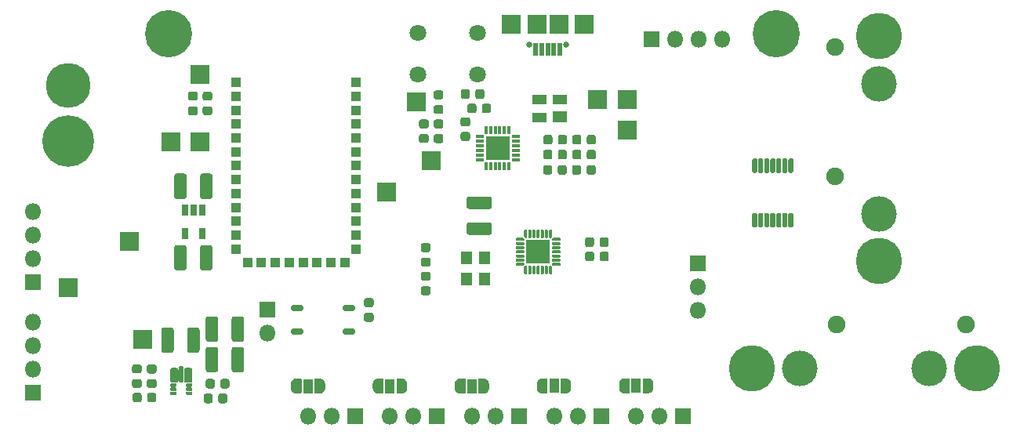
<source format=gbr>
%TF.GenerationSoftware,KiCad,Pcbnew,(5.1.6)-1*%
%TF.CreationDate,2021-08-26T22:57:43+02:00*%
%TF.ProjectId,Car LEDs,43617220-4c45-4447-932e-6b696361645f,rev?*%
%TF.SameCoordinates,Original*%
%TF.FileFunction,Soldermask,Top*%
%TF.FilePolarity,Negative*%
%FSLAX46Y46*%
G04 Gerber Fmt 4.6, Leading zero omitted, Abs format (unit mm)*
G04 Created by KiCad (PCBNEW (5.1.6)-1) date 2021-08-26 22:57:43*
%MOMM*%
%LPD*%
G01*
G04 APERTURE LIST*
%ADD10R,2.500000X2.500000*%
%ADD11C,0.100000*%
%ADD12C,0.900000*%
%ADD13C,5.100000*%
%ADD14R,2.100000X2.100000*%
%ADD15R,1.200000X1.400000*%
%ADD16O,1.800000X1.800000*%
%ADD17R,1.800000X1.800000*%
%ADD18C,1.800000*%
%ADD19O,1.400000X0.700000*%
%ADD20R,1.100000X1.600000*%
%ADD21C,4.840000*%
%ADD22C,5.560000*%
%ADD23C,4.990000*%
%ADD24C,1.900000*%
%ADD25C,3.850000*%
%ADD26R,2.000000X2.000000*%
%ADD27C,0.650000*%
%ADD28R,0.500000X1.450000*%
%ADD29R,0.700000X1.250000*%
%ADD30R,1.100000X1.100000*%
%ADD31R,2.650000X2.650000*%
%ADD32R,0.950000X0.400000*%
%ADD33R,0.400000X0.950000*%
%ADD34R,1.500000X1.000000*%
%ADD35R,1.500000X1.200000*%
G04 APERTURE END LIST*
D10*
%TO.C,U1*%
X139560000Y-69160000D03*
D11*
G36*
X138277401Y-66760241D02*
G01*
X138289594Y-66761442D01*
X138299208Y-66763354D01*
X138310933Y-66766911D01*
X138319987Y-66770661D01*
X138330792Y-66776436D01*
X138338944Y-66781883D01*
X138348415Y-66789656D01*
X138355344Y-66796585D01*
X138363117Y-66806056D01*
X138368564Y-66814208D01*
X138374339Y-66825013D01*
X138378089Y-66834067D01*
X138381646Y-66845792D01*
X138383558Y-66855406D01*
X138384759Y-66867599D01*
X138385000Y-66872500D01*
X138385000Y-67547500D01*
X138384759Y-67552401D01*
X138383558Y-67564594D01*
X138381646Y-67574208D01*
X138378089Y-67585933D01*
X138374339Y-67594987D01*
X138368564Y-67605792D01*
X138363117Y-67613944D01*
X138355344Y-67623415D01*
X138348415Y-67630344D01*
X138338944Y-67638117D01*
X138330792Y-67643564D01*
X138319987Y-67649339D01*
X138310933Y-67653089D01*
X138299208Y-67656646D01*
X138289594Y-67658558D01*
X138277401Y-67659759D01*
X138272500Y-67660000D01*
X138210888Y-67660000D01*
X138205987Y-67659759D01*
X138193794Y-67658558D01*
X138184180Y-67656646D01*
X138172455Y-67653089D01*
X138163401Y-67649339D01*
X138152596Y-67643564D01*
X138144444Y-67638117D01*
X138134973Y-67630344D01*
X138131339Y-67627049D01*
X138067951Y-67563661D01*
X138064656Y-67560027D01*
X138056883Y-67550556D01*
X138051436Y-67542404D01*
X138045661Y-67531599D01*
X138041911Y-67522545D01*
X138038354Y-67510820D01*
X138036442Y-67501206D01*
X138035241Y-67489013D01*
X138035000Y-67484112D01*
X138035000Y-66872500D01*
X138035241Y-66867599D01*
X138036442Y-66855406D01*
X138038354Y-66845792D01*
X138041911Y-66834067D01*
X138045661Y-66825013D01*
X138051436Y-66814208D01*
X138056883Y-66806056D01*
X138064656Y-66796585D01*
X138071585Y-66789656D01*
X138081056Y-66781883D01*
X138089208Y-66776436D01*
X138100013Y-66770661D01*
X138109067Y-66766911D01*
X138120792Y-66763354D01*
X138130406Y-66761442D01*
X138142599Y-66760241D01*
X138147500Y-66760000D01*
X138272500Y-66760000D01*
X138277401Y-66760241D01*
G37*
G36*
G01*
X138485000Y-67572500D02*
X138485000Y-66847500D01*
G75*
G02*
X138572500Y-66760000I87500J0D01*
G01*
X138747500Y-66760000D01*
G75*
G02*
X138835000Y-66847500I0J-87500D01*
G01*
X138835000Y-67572500D01*
G75*
G02*
X138747500Y-67660000I-87500J0D01*
G01*
X138572500Y-67660000D01*
G75*
G02*
X138485000Y-67572500I0J87500D01*
G01*
G37*
G36*
G01*
X138935000Y-67572500D02*
X138935000Y-66847500D01*
G75*
G02*
X139022500Y-66760000I87500J0D01*
G01*
X139197500Y-66760000D01*
G75*
G02*
X139285000Y-66847500I0J-87500D01*
G01*
X139285000Y-67572500D01*
G75*
G02*
X139197500Y-67660000I-87500J0D01*
G01*
X139022500Y-67660000D01*
G75*
G02*
X138935000Y-67572500I0J87500D01*
G01*
G37*
G36*
G01*
X139385000Y-67572500D02*
X139385000Y-66847500D01*
G75*
G02*
X139472500Y-66760000I87500J0D01*
G01*
X139647500Y-66760000D01*
G75*
G02*
X139735000Y-66847500I0J-87500D01*
G01*
X139735000Y-67572500D01*
G75*
G02*
X139647500Y-67660000I-87500J0D01*
G01*
X139472500Y-67660000D01*
G75*
G02*
X139385000Y-67572500I0J87500D01*
G01*
G37*
G36*
G01*
X139835000Y-67572500D02*
X139835000Y-66847500D01*
G75*
G02*
X139922500Y-66760000I87500J0D01*
G01*
X140097500Y-66760000D01*
G75*
G02*
X140185000Y-66847500I0J-87500D01*
G01*
X140185000Y-67572500D01*
G75*
G02*
X140097500Y-67660000I-87500J0D01*
G01*
X139922500Y-67660000D01*
G75*
G02*
X139835000Y-67572500I0J87500D01*
G01*
G37*
G36*
G01*
X140285000Y-67572500D02*
X140285000Y-66847500D01*
G75*
G02*
X140372500Y-66760000I87500J0D01*
G01*
X140547500Y-66760000D01*
G75*
G02*
X140635000Y-66847500I0J-87500D01*
G01*
X140635000Y-67572500D01*
G75*
G02*
X140547500Y-67660000I-87500J0D01*
G01*
X140372500Y-67660000D01*
G75*
G02*
X140285000Y-67572500I0J87500D01*
G01*
G37*
G36*
X140977401Y-66760241D02*
G01*
X140989594Y-66761442D01*
X140999208Y-66763354D01*
X141010933Y-66766911D01*
X141019987Y-66770661D01*
X141030792Y-66776436D01*
X141038944Y-66781883D01*
X141048415Y-66789656D01*
X141055344Y-66796585D01*
X141063117Y-66806056D01*
X141068564Y-66814208D01*
X141074339Y-66825013D01*
X141078089Y-66834067D01*
X141081646Y-66845792D01*
X141083558Y-66855406D01*
X141084759Y-66867599D01*
X141085000Y-66872500D01*
X141085000Y-67484112D01*
X141084759Y-67489013D01*
X141083558Y-67501206D01*
X141081646Y-67510820D01*
X141078089Y-67522545D01*
X141074339Y-67531599D01*
X141068564Y-67542404D01*
X141063117Y-67550556D01*
X141055344Y-67560027D01*
X141052049Y-67563661D01*
X140988661Y-67627049D01*
X140985027Y-67630344D01*
X140975556Y-67638117D01*
X140967404Y-67643564D01*
X140956599Y-67649339D01*
X140947545Y-67653089D01*
X140935820Y-67656646D01*
X140926206Y-67658558D01*
X140914013Y-67659759D01*
X140909112Y-67660000D01*
X140847500Y-67660000D01*
X140842599Y-67659759D01*
X140830406Y-67658558D01*
X140820792Y-67656646D01*
X140809067Y-67653089D01*
X140800013Y-67649339D01*
X140789208Y-67643564D01*
X140781056Y-67638117D01*
X140771585Y-67630344D01*
X140764656Y-67623415D01*
X140756883Y-67613944D01*
X140751436Y-67605792D01*
X140745661Y-67594987D01*
X140741911Y-67585933D01*
X140738354Y-67574208D01*
X140736442Y-67564594D01*
X140735241Y-67552401D01*
X140735000Y-67547500D01*
X140735000Y-66872500D01*
X140735241Y-66867599D01*
X140736442Y-66855406D01*
X140738354Y-66845792D01*
X140741911Y-66834067D01*
X140745661Y-66825013D01*
X140751436Y-66814208D01*
X140756883Y-66806056D01*
X140764656Y-66796585D01*
X140771585Y-66789656D01*
X140781056Y-66781883D01*
X140789208Y-66776436D01*
X140800013Y-66770661D01*
X140809067Y-66766911D01*
X140820792Y-66763354D01*
X140830406Y-66761442D01*
X140842599Y-66760241D01*
X140847500Y-66760000D01*
X140972500Y-66760000D01*
X140977401Y-66760241D01*
G37*
G36*
X141852401Y-67635241D02*
G01*
X141864594Y-67636442D01*
X141874208Y-67638354D01*
X141885933Y-67641911D01*
X141894987Y-67645661D01*
X141905792Y-67651436D01*
X141913944Y-67656883D01*
X141923415Y-67664656D01*
X141930344Y-67671585D01*
X141938117Y-67681056D01*
X141943564Y-67689208D01*
X141949339Y-67700013D01*
X141953089Y-67709067D01*
X141956646Y-67720792D01*
X141958558Y-67730406D01*
X141959759Y-67742599D01*
X141960000Y-67747500D01*
X141960000Y-67872500D01*
X141959759Y-67877401D01*
X141958558Y-67889594D01*
X141956646Y-67899208D01*
X141953089Y-67910933D01*
X141949339Y-67919987D01*
X141943564Y-67930792D01*
X141938117Y-67938944D01*
X141930344Y-67948415D01*
X141923415Y-67955344D01*
X141913944Y-67963117D01*
X141905792Y-67968564D01*
X141894987Y-67974339D01*
X141885933Y-67978089D01*
X141874208Y-67981646D01*
X141864594Y-67983558D01*
X141852401Y-67984759D01*
X141847500Y-67985000D01*
X141172500Y-67985000D01*
X141167599Y-67984759D01*
X141155406Y-67983558D01*
X141145792Y-67981646D01*
X141134067Y-67978089D01*
X141125013Y-67974339D01*
X141114208Y-67968564D01*
X141106056Y-67963117D01*
X141096585Y-67955344D01*
X141089656Y-67948415D01*
X141081883Y-67938944D01*
X141076436Y-67930792D01*
X141070661Y-67919987D01*
X141066911Y-67910933D01*
X141063354Y-67899208D01*
X141061442Y-67889594D01*
X141060241Y-67877401D01*
X141060000Y-67872500D01*
X141060000Y-67810888D01*
X141060241Y-67805987D01*
X141061442Y-67793794D01*
X141063354Y-67784180D01*
X141066911Y-67772455D01*
X141070661Y-67763401D01*
X141076436Y-67752596D01*
X141081883Y-67744444D01*
X141089656Y-67734973D01*
X141092951Y-67731339D01*
X141156339Y-67667951D01*
X141159973Y-67664656D01*
X141169444Y-67656883D01*
X141177596Y-67651436D01*
X141188401Y-67645661D01*
X141197455Y-67641911D01*
X141209180Y-67638354D01*
X141218794Y-67636442D01*
X141230987Y-67635241D01*
X141235888Y-67635000D01*
X141847500Y-67635000D01*
X141852401Y-67635241D01*
G37*
G36*
G01*
X141060000Y-68347500D02*
X141060000Y-68172500D01*
G75*
G02*
X141147500Y-68085000I87500J0D01*
G01*
X141872500Y-68085000D01*
G75*
G02*
X141960000Y-68172500I0J-87500D01*
G01*
X141960000Y-68347500D01*
G75*
G02*
X141872500Y-68435000I-87500J0D01*
G01*
X141147500Y-68435000D01*
G75*
G02*
X141060000Y-68347500I0J87500D01*
G01*
G37*
G36*
G01*
X141060000Y-68797500D02*
X141060000Y-68622500D01*
G75*
G02*
X141147500Y-68535000I87500J0D01*
G01*
X141872500Y-68535000D01*
G75*
G02*
X141960000Y-68622500I0J-87500D01*
G01*
X141960000Y-68797500D01*
G75*
G02*
X141872500Y-68885000I-87500J0D01*
G01*
X141147500Y-68885000D01*
G75*
G02*
X141060000Y-68797500I0J87500D01*
G01*
G37*
G36*
G01*
X141060000Y-69247500D02*
X141060000Y-69072500D01*
G75*
G02*
X141147500Y-68985000I87500J0D01*
G01*
X141872500Y-68985000D01*
G75*
G02*
X141960000Y-69072500I0J-87500D01*
G01*
X141960000Y-69247500D01*
G75*
G02*
X141872500Y-69335000I-87500J0D01*
G01*
X141147500Y-69335000D01*
G75*
G02*
X141060000Y-69247500I0J87500D01*
G01*
G37*
G36*
G01*
X141060000Y-69697500D02*
X141060000Y-69522500D01*
G75*
G02*
X141147500Y-69435000I87500J0D01*
G01*
X141872500Y-69435000D01*
G75*
G02*
X141960000Y-69522500I0J-87500D01*
G01*
X141960000Y-69697500D01*
G75*
G02*
X141872500Y-69785000I-87500J0D01*
G01*
X141147500Y-69785000D01*
G75*
G02*
X141060000Y-69697500I0J87500D01*
G01*
G37*
G36*
G01*
X141060000Y-70147500D02*
X141060000Y-69972500D01*
G75*
G02*
X141147500Y-69885000I87500J0D01*
G01*
X141872500Y-69885000D01*
G75*
G02*
X141960000Y-69972500I0J-87500D01*
G01*
X141960000Y-70147500D01*
G75*
G02*
X141872500Y-70235000I-87500J0D01*
G01*
X141147500Y-70235000D01*
G75*
G02*
X141060000Y-70147500I0J87500D01*
G01*
G37*
G36*
X141852401Y-70335241D02*
G01*
X141864594Y-70336442D01*
X141874208Y-70338354D01*
X141885933Y-70341911D01*
X141894987Y-70345661D01*
X141905792Y-70351436D01*
X141913944Y-70356883D01*
X141923415Y-70364656D01*
X141930344Y-70371585D01*
X141938117Y-70381056D01*
X141943564Y-70389208D01*
X141949339Y-70400013D01*
X141953089Y-70409067D01*
X141956646Y-70420792D01*
X141958558Y-70430406D01*
X141959759Y-70442599D01*
X141960000Y-70447500D01*
X141960000Y-70572500D01*
X141959759Y-70577401D01*
X141958558Y-70589594D01*
X141956646Y-70599208D01*
X141953089Y-70610933D01*
X141949339Y-70619987D01*
X141943564Y-70630792D01*
X141938117Y-70638944D01*
X141930344Y-70648415D01*
X141923415Y-70655344D01*
X141913944Y-70663117D01*
X141905792Y-70668564D01*
X141894987Y-70674339D01*
X141885933Y-70678089D01*
X141874208Y-70681646D01*
X141864594Y-70683558D01*
X141852401Y-70684759D01*
X141847500Y-70685000D01*
X141235888Y-70685000D01*
X141230987Y-70684759D01*
X141218794Y-70683558D01*
X141209180Y-70681646D01*
X141197455Y-70678089D01*
X141188401Y-70674339D01*
X141177596Y-70668564D01*
X141169444Y-70663117D01*
X141159973Y-70655344D01*
X141156339Y-70652049D01*
X141092951Y-70588661D01*
X141089656Y-70585027D01*
X141081883Y-70575556D01*
X141076436Y-70567404D01*
X141070661Y-70556599D01*
X141066911Y-70547545D01*
X141063354Y-70535820D01*
X141061442Y-70526206D01*
X141060241Y-70514013D01*
X141060000Y-70509112D01*
X141060000Y-70447500D01*
X141060241Y-70442599D01*
X141061442Y-70430406D01*
X141063354Y-70420792D01*
X141066911Y-70409067D01*
X141070661Y-70400013D01*
X141076436Y-70389208D01*
X141081883Y-70381056D01*
X141089656Y-70371585D01*
X141096585Y-70364656D01*
X141106056Y-70356883D01*
X141114208Y-70351436D01*
X141125013Y-70345661D01*
X141134067Y-70341911D01*
X141145792Y-70338354D01*
X141155406Y-70336442D01*
X141167599Y-70335241D01*
X141172500Y-70335000D01*
X141847500Y-70335000D01*
X141852401Y-70335241D01*
G37*
G36*
X140914013Y-70660241D02*
G01*
X140926206Y-70661442D01*
X140935820Y-70663354D01*
X140947545Y-70666911D01*
X140956599Y-70670661D01*
X140967404Y-70676436D01*
X140975556Y-70681883D01*
X140985027Y-70689656D01*
X140988661Y-70692951D01*
X141052049Y-70756339D01*
X141055344Y-70759973D01*
X141063117Y-70769444D01*
X141068564Y-70777596D01*
X141074339Y-70788401D01*
X141078089Y-70797455D01*
X141081646Y-70809180D01*
X141083558Y-70818794D01*
X141084759Y-70830987D01*
X141085000Y-70835888D01*
X141085000Y-71447500D01*
X141084759Y-71452401D01*
X141083558Y-71464594D01*
X141081646Y-71474208D01*
X141078089Y-71485933D01*
X141074339Y-71494987D01*
X141068564Y-71505792D01*
X141063117Y-71513944D01*
X141055344Y-71523415D01*
X141048415Y-71530344D01*
X141038944Y-71538117D01*
X141030792Y-71543564D01*
X141019987Y-71549339D01*
X141010933Y-71553089D01*
X140999208Y-71556646D01*
X140989594Y-71558558D01*
X140977401Y-71559759D01*
X140972500Y-71560000D01*
X140847500Y-71560000D01*
X140842599Y-71559759D01*
X140830406Y-71558558D01*
X140820792Y-71556646D01*
X140809067Y-71553089D01*
X140800013Y-71549339D01*
X140789208Y-71543564D01*
X140781056Y-71538117D01*
X140771585Y-71530344D01*
X140764656Y-71523415D01*
X140756883Y-71513944D01*
X140751436Y-71505792D01*
X140745661Y-71494987D01*
X140741911Y-71485933D01*
X140738354Y-71474208D01*
X140736442Y-71464594D01*
X140735241Y-71452401D01*
X140735000Y-71447500D01*
X140735000Y-70772500D01*
X140735241Y-70767599D01*
X140736442Y-70755406D01*
X140738354Y-70745792D01*
X140741911Y-70734067D01*
X140745661Y-70725013D01*
X140751436Y-70714208D01*
X140756883Y-70706056D01*
X140764656Y-70696585D01*
X140771585Y-70689656D01*
X140781056Y-70681883D01*
X140789208Y-70676436D01*
X140800013Y-70670661D01*
X140809067Y-70666911D01*
X140820792Y-70663354D01*
X140830406Y-70661442D01*
X140842599Y-70660241D01*
X140847500Y-70660000D01*
X140909112Y-70660000D01*
X140914013Y-70660241D01*
G37*
G36*
G01*
X140285000Y-71472500D02*
X140285000Y-70747500D01*
G75*
G02*
X140372500Y-70660000I87500J0D01*
G01*
X140547500Y-70660000D01*
G75*
G02*
X140635000Y-70747500I0J-87500D01*
G01*
X140635000Y-71472500D01*
G75*
G02*
X140547500Y-71560000I-87500J0D01*
G01*
X140372500Y-71560000D01*
G75*
G02*
X140285000Y-71472500I0J87500D01*
G01*
G37*
G36*
G01*
X139835000Y-71472500D02*
X139835000Y-70747500D01*
G75*
G02*
X139922500Y-70660000I87500J0D01*
G01*
X140097500Y-70660000D01*
G75*
G02*
X140185000Y-70747500I0J-87500D01*
G01*
X140185000Y-71472500D01*
G75*
G02*
X140097500Y-71560000I-87500J0D01*
G01*
X139922500Y-71560000D01*
G75*
G02*
X139835000Y-71472500I0J87500D01*
G01*
G37*
G36*
G01*
X139385000Y-71472500D02*
X139385000Y-70747500D01*
G75*
G02*
X139472500Y-70660000I87500J0D01*
G01*
X139647500Y-70660000D01*
G75*
G02*
X139735000Y-70747500I0J-87500D01*
G01*
X139735000Y-71472500D01*
G75*
G02*
X139647500Y-71560000I-87500J0D01*
G01*
X139472500Y-71560000D01*
G75*
G02*
X139385000Y-71472500I0J87500D01*
G01*
G37*
G36*
G01*
X138935000Y-71472500D02*
X138935000Y-70747500D01*
G75*
G02*
X139022500Y-70660000I87500J0D01*
G01*
X139197500Y-70660000D01*
G75*
G02*
X139285000Y-70747500I0J-87500D01*
G01*
X139285000Y-71472500D01*
G75*
G02*
X139197500Y-71560000I-87500J0D01*
G01*
X139022500Y-71560000D01*
G75*
G02*
X138935000Y-71472500I0J87500D01*
G01*
G37*
G36*
G01*
X138485000Y-71472500D02*
X138485000Y-70747500D01*
G75*
G02*
X138572500Y-70660000I87500J0D01*
G01*
X138747500Y-70660000D01*
G75*
G02*
X138835000Y-70747500I0J-87500D01*
G01*
X138835000Y-71472500D01*
G75*
G02*
X138747500Y-71560000I-87500J0D01*
G01*
X138572500Y-71560000D01*
G75*
G02*
X138485000Y-71472500I0J87500D01*
G01*
G37*
G36*
X138277401Y-70660241D02*
G01*
X138289594Y-70661442D01*
X138299208Y-70663354D01*
X138310933Y-70666911D01*
X138319987Y-70670661D01*
X138330792Y-70676436D01*
X138338944Y-70681883D01*
X138348415Y-70689656D01*
X138355344Y-70696585D01*
X138363117Y-70706056D01*
X138368564Y-70714208D01*
X138374339Y-70725013D01*
X138378089Y-70734067D01*
X138381646Y-70745792D01*
X138383558Y-70755406D01*
X138384759Y-70767599D01*
X138385000Y-70772500D01*
X138385000Y-71447500D01*
X138384759Y-71452401D01*
X138383558Y-71464594D01*
X138381646Y-71474208D01*
X138378089Y-71485933D01*
X138374339Y-71494987D01*
X138368564Y-71505792D01*
X138363117Y-71513944D01*
X138355344Y-71523415D01*
X138348415Y-71530344D01*
X138338944Y-71538117D01*
X138330792Y-71543564D01*
X138319987Y-71549339D01*
X138310933Y-71553089D01*
X138299208Y-71556646D01*
X138289594Y-71558558D01*
X138277401Y-71559759D01*
X138272500Y-71560000D01*
X138147500Y-71560000D01*
X138142599Y-71559759D01*
X138130406Y-71558558D01*
X138120792Y-71556646D01*
X138109067Y-71553089D01*
X138100013Y-71549339D01*
X138089208Y-71543564D01*
X138081056Y-71538117D01*
X138071585Y-71530344D01*
X138064656Y-71523415D01*
X138056883Y-71513944D01*
X138051436Y-71505792D01*
X138045661Y-71494987D01*
X138041911Y-71485933D01*
X138038354Y-71474208D01*
X138036442Y-71464594D01*
X138035241Y-71452401D01*
X138035000Y-71447500D01*
X138035000Y-70835888D01*
X138035241Y-70830987D01*
X138036442Y-70818794D01*
X138038354Y-70809180D01*
X138041911Y-70797455D01*
X138045661Y-70788401D01*
X138051436Y-70777596D01*
X138056883Y-70769444D01*
X138064656Y-70759973D01*
X138067951Y-70756339D01*
X138131339Y-70692951D01*
X138134973Y-70689656D01*
X138144444Y-70681883D01*
X138152596Y-70676436D01*
X138163401Y-70670661D01*
X138172455Y-70666911D01*
X138184180Y-70663354D01*
X138193794Y-70661442D01*
X138205987Y-70660241D01*
X138210888Y-70660000D01*
X138272500Y-70660000D01*
X138277401Y-70660241D01*
G37*
G36*
X137952401Y-70335241D02*
G01*
X137964594Y-70336442D01*
X137974208Y-70338354D01*
X137985933Y-70341911D01*
X137994987Y-70345661D01*
X138005792Y-70351436D01*
X138013944Y-70356883D01*
X138023415Y-70364656D01*
X138030344Y-70371585D01*
X138038117Y-70381056D01*
X138043564Y-70389208D01*
X138049339Y-70400013D01*
X138053089Y-70409067D01*
X138056646Y-70420792D01*
X138058558Y-70430406D01*
X138059759Y-70442599D01*
X138060000Y-70447500D01*
X138060000Y-70509112D01*
X138059759Y-70514013D01*
X138058558Y-70526206D01*
X138056646Y-70535820D01*
X138053089Y-70547545D01*
X138049339Y-70556599D01*
X138043564Y-70567404D01*
X138038117Y-70575556D01*
X138030344Y-70585027D01*
X138027049Y-70588661D01*
X137963661Y-70652049D01*
X137960027Y-70655344D01*
X137950556Y-70663117D01*
X137942404Y-70668564D01*
X137931599Y-70674339D01*
X137922545Y-70678089D01*
X137910820Y-70681646D01*
X137901206Y-70683558D01*
X137889013Y-70684759D01*
X137884112Y-70685000D01*
X137272500Y-70685000D01*
X137267599Y-70684759D01*
X137255406Y-70683558D01*
X137245792Y-70681646D01*
X137234067Y-70678089D01*
X137225013Y-70674339D01*
X137214208Y-70668564D01*
X137206056Y-70663117D01*
X137196585Y-70655344D01*
X137189656Y-70648415D01*
X137181883Y-70638944D01*
X137176436Y-70630792D01*
X137170661Y-70619987D01*
X137166911Y-70610933D01*
X137163354Y-70599208D01*
X137161442Y-70589594D01*
X137160241Y-70577401D01*
X137160000Y-70572500D01*
X137160000Y-70447500D01*
X137160241Y-70442599D01*
X137161442Y-70430406D01*
X137163354Y-70420792D01*
X137166911Y-70409067D01*
X137170661Y-70400013D01*
X137176436Y-70389208D01*
X137181883Y-70381056D01*
X137189656Y-70371585D01*
X137196585Y-70364656D01*
X137206056Y-70356883D01*
X137214208Y-70351436D01*
X137225013Y-70345661D01*
X137234067Y-70341911D01*
X137245792Y-70338354D01*
X137255406Y-70336442D01*
X137267599Y-70335241D01*
X137272500Y-70335000D01*
X137947500Y-70335000D01*
X137952401Y-70335241D01*
G37*
G36*
G01*
X137160000Y-70147500D02*
X137160000Y-69972500D01*
G75*
G02*
X137247500Y-69885000I87500J0D01*
G01*
X137972500Y-69885000D01*
G75*
G02*
X138060000Y-69972500I0J-87500D01*
G01*
X138060000Y-70147500D01*
G75*
G02*
X137972500Y-70235000I-87500J0D01*
G01*
X137247500Y-70235000D01*
G75*
G02*
X137160000Y-70147500I0J87500D01*
G01*
G37*
G36*
G01*
X137160000Y-69697500D02*
X137160000Y-69522500D01*
G75*
G02*
X137247500Y-69435000I87500J0D01*
G01*
X137972500Y-69435000D01*
G75*
G02*
X138060000Y-69522500I0J-87500D01*
G01*
X138060000Y-69697500D01*
G75*
G02*
X137972500Y-69785000I-87500J0D01*
G01*
X137247500Y-69785000D01*
G75*
G02*
X137160000Y-69697500I0J87500D01*
G01*
G37*
G36*
G01*
X137160000Y-69247500D02*
X137160000Y-69072500D01*
G75*
G02*
X137247500Y-68985000I87500J0D01*
G01*
X137972500Y-68985000D01*
G75*
G02*
X138060000Y-69072500I0J-87500D01*
G01*
X138060000Y-69247500D01*
G75*
G02*
X137972500Y-69335000I-87500J0D01*
G01*
X137247500Y-69335000D01*
G75*
G02*
X137160000Y-69247500I0J87500D01*
G01*
G37*
G36*
G01*
X137160000Y-68797500D02*
X137160000Y-68622500D01*
G75*
G02*
X137247500Y-68535000I87500J0D01*
G01*
X137972500Y-68535000D01*
G75*
G02*
X138060000Y-68622500I0J-87500D01*
G01*
X138060000Y-68797500D01*
G75*
G02*
X137972500Y-68885000I-87500J0D01*
G01*
X137247500Y-68885000D01*
G75*
G02*
X137160000Y-68797500I0J87500D01*
G01*
G37*
G36*
G01*
X137160000Y-68347500D02*
X137160000Y-68172500D01*
G75*
G02*
X137247500Y-68085000I87500J0D01*
G01*
X137972500Y-68085000D01*
G75*
G02*
X138060000Y-68172500I0J-87500D01*
G01*
X138060000Y-68347500D01*
G75*
G02*
X137972500Y-68435000I-87500J0D01*
G01*
X137247500Y-68435000D01*
G75*
G02*
X137160000Y-68347500I0J87500D01*
G01*
G37*
G36*
X137889013Y-67635241D02*
G01*
X137901206Y-67636442D01*
X137910820Y-67638354D01*
X137922545Y-67641911D01*
X137931599Y-67645661D01*
X137942404Y-67651436D01*
X137950556Y-67656883D01*
X137960027Y-67664656D01*
X137963661Y-67667951D01*
X138027049Y-67731339D01*
X138030344Y-67734973D01*
X138038117Y-67744444D01*
X138043564Y-67752596D01*
X138049339Y-67763401D01*
X138053089Y-67772455D01*
X138056646Y-67784180D01*
X138058558Y-67793794D01*
X138059759Y-67805987D01*
X138060000Y-67810888D01*
X138060000Y-67872500D01*
X138059759Y-67877401D01*
X138058558Y-67889594D01*
X138056646Y-67899208D01*
X138053089Y-67910933D01*
X138049339Y-67919987D01*
X138043564Y-67930792D01*
X138038117Y-67938944D01*
X138030344Y-67948415D01*
X138023415Y-67955344D01*
X138013944Y-67963117D01*
X138005792Y-67968564D01*
X137994987Y-67974339D01*
X137985933Y-67978089D01*
X137974208Y-67981646D01*
X137964594Y-67983558D01*
X137952401Y-67984759D01*
X137947500Y-67985000D01*
X137272500Y-67985000D01*
X137267599Y-67984759D01*
X137255406Y-67983558D01*
X137245792Y-67981646D01*
X137234067Y-67978089D01*
X137225013Y-67974339D01*
X137214208Y-67968564D01*
X137206056Y-67963117D01*
X137196585Y-67955344D01*
X137189656Y-67948415D01*
X137181883Y-67938944D01*
X137176436Y-67930792D01*
X137170661Y-67919987D01*
X137166911Y-67910933D01*
X137163354Y-67899208D01*
X137161442Y-67889594D01*
X137160241Y-67877401D01*
X137160000Y-67872500D01*
X137160000Y-67747500D01*
X137160241Y-67742599D01*
X137161442Y-67730406D01*
X137163354Y-67720792D01*
X137166911Y-67709067D01*
X137170661Y-67700013D01*
X137176436Y-67689208D01*
X137181883Y-67681056D01*
X137189656Y-67671585D01*
X137196585Y-67664656D01*
X137206056Y-67656883D01*
X137214208Y-67651436D01*
X137225013Y-67645661D01*
X137234067Y-67641911D01*
X137245792Y-67638354D01*
X137255406Y-67636442D01*
X137267599Y-67635241D01*
X137272500Y-67635000D01*
X137884112Y-67635000D01*
X137889013Y-67635241D01*
G37*
%TD*%
%TO.C,IC4*%
G36*
G01*
X100780000Y-83170000D02*
X100780000Y-81590000D01*
G75*
G02*
X100905000Y-81465000I125000J0D01*
G01*
X101155000Y-81465000D01*
G75*
G02*
X101280000Y-81590000I0J-125000D01*
G01*
X101280000Y-83170000D01*
G75*
G02*
X101155000Y-83295000I-125000J0D01*
G01*
X100905000Y-83295000D01*
G75*
G02*
X100780000Y-83170000I0J125000D01*
G01*
G37*
G36*
G01*
X101330000Y-83070000D02*
X101330000Y-81920000D01*
G75*
G02*
X101555000Y-81695000I225000J0D01*
G01*
X102005000Y-81695000D01*
G75*
G02*
X102230000Y-81920000I0J-225000D01*
G01*
X102230000Y-83070000D01*
G75*
G02*
X102005000Y-83295000I-225000J0D01*
G01*
X101555000Y-83295000D01*
G75*
G02*
X101330000Y-83070000I0J225000D01*
G01*
G37*
G36*
G01*
X102130000Y-83745000D02*
X101630000Y-83745000D01*
G75*
G02*
X101530000Y-83645000I0J100000D01*
G01*
X101530000Y-83445000D01*
G75*
G02*
X101630000Y-83345000I100000J0D01*
G01*
X102130000Y-83345000D01*
G75*
G02*
X102230000Y-83445000I0J-100000D01*
G01*
X102230000Y-83645000D01*
G75*
G02*
X102130000Y-83745000I-100000J0D01*
G01*
G37*
G36*
G01*
X102130000Y-84195000D02*
X101630000Y-84195000D01*
G75*
G02*
X101530000Y-84095000I0J100000D01*
G01*
X101530000Y-83895000D01*
G75*
G02*
X101630000Y-83795000I100000J0D01*
G01*
X102130000Y-83795000D01*
G75*
G02*
X102230000Y-83895000I0J-100000D01*
G01*
X102230000Y-84095000D01*
G75*
G02*
X102130000Y-84195000I-100000J0D01*
G01*
G37*
G36*
G01*
X102130000Y-84645000D02*
X101630000Y-84645000D01*
G75*
G02*
X101530000Y-84545000I0J100000D01*
G01*
X101530000Y-84345000D01*
G75*
G02*
X101630000Y-84245000I100000J0D01*
G01*
X102130000Y-84245000D01*
G75*
G02*
X102230000Y-84345000I0J-100000D01*
G01*
X102230000Y-84545000D01*
G75*
G02*
X102130000Y-84645000I-100000J0D01*
G01*
G37*
G36*
G01*
X100430000Y-84645000D02*
X99930000Y-84645000D01*
G75*
G02*
X99830000Y-84545000I0J100000D01*
G01*
X99830000Y-84345000D01*
G75*
G02*
X99930000Y-84245000I100000J0D01*
G01*
X100430000Y-84245000D01*
G75*
G02*
X100530000Y-84345000I0J-100000D01*
G01*
X100530000Y-84545000D01*
G75*
G02*
X100430000Y-84645000I-100000J0D01*
G01*
G37*
G36*
G01*
X100430000Y-84195000D02*
X99930000Y-84195000D01*
G75*
G02*
X99830000Y-84095000I0J100000D01*
G01*
X99830000Y-83895000D01*
G75*
G02*
X99930000Y-83795000I100000J0D01*
G01*
X100430000Y-83795000D01*
G75*
G02*
X100530000Y-83895000I0J-100000D01*
G01*
X100530000Y-84095000D01*
G75*
G02*
X100430000Y-84195000I-100000J0D01*
G01*
G37*
G36*
G01*
X100430000Y-83745000D02*
X99930000Y-83745000D01*
G75*
G02*
X99830000Y-83645000I0J100000D01*
G01*
X99830000Y-83445000D01*
G75*
G02*
X99930000Y-83345000I100000J0D01*
G01*
X100430000Y-83345000D01*
G75*
G02*
X100530000Y-83445000I0J-100000D01*
G01*
X100530000Y-83645000D01*
G75*
G02*
X100430000Y-83745000I-100000J0D01*
G01*
G37*
G36*
G01*
X99830000Y-83070000D02*
X99830000Y-81920000D01*
G75*
G02*
X100055000Y-81695000I225000J0D01*
G01*
X100505000Y-81695000D01*
G75*
G02*
X100730000Y-81920000I0J-225000D01*
G01*
X100730000Y-83070000D01*
G75*
G02*
X100505000Y-83295000I-225000J0D01*
G01*
X100055000Y-83295000D01*
G75*
G02*
X99830000Y-83070000I0J225000D01*
G01*
G37*
%TD*%
D12*
%TO.C,H2*%
X166635825Y-44304175D03*
X165310000Y-43755000D03*
X163984175Y-44304175D03*
X163435000Y-45630000D03*
X163984175Y-46955825D03*
X165310000Y-47505000D03*
X166635825Y-46955825D03*
X167185000Y-45630000D03*
D13*
X165310000Y-45630000D03*
%TD*%
D12*
%TO.C,H1*%
X100950000Y-44240000D03*
X99624175Y-43690825D03*
X98298350Y-44240000D03*
X97749175Y-45565825D03*
X98298350Y-46891650D03*
X99624175Y-47440825D03*
X100950000Y-46891650D03*
X101499175Y-45565825D03*
D13*
X99624175Y-45565825D03*
%TD*%
%TO.C,IC2*%
G36*
G01*
X163225000Y-59202000D02*
X163225000Y-60502000D01*
G75*
G02*
X163087500Y-60639500I-137500J0D01*
G01*
X162812500Y-60639500D01*
G75*
G02*
X162675000Y-60502000I0J137500D01*
G01*
X162675000Y-59202000D01*
G75*
G02*
X162812500Y-59064500I137500J0D01*
G01*
X163087500Y-59064500D01*
G75*
G02*
X163225000Y-59202000I0J-137500D01*
G01*
G37*
G36*
G01*
X163875000Y-59202000D02*
X163875000Y-60502000D01*
G75*
G02*
X163737500Y-60639500I-137500J0D01*
G01*
X163462500Y-60639500D01*
G75*
G02*
X163325000Y-60502000I0J137500D01*
G01*
X163325000Y-59202000D01*
G75*
G02*
X163462500Y-59064500I137500J0D01*
G01*
X163737500Y-59064500D01*
G75*
G02*
X163875000Y-59202000I0J-137500D01*
G01*
G37*
G36*
G01*
X164525000Y-59202000D02*
X164525000Y-60502000D01*
G75*
G02*
X164387500Y-60639500I-137500J0D01*
G01*
X164112500Y-60639500D01*
G75*
G02*
X163975000Y-60502000I0J137500D01*
G01*
X163975000Y-59202000D01*
G75*
G02*
X164112500Y-59064500I137500J0D01*
G01*
X164387500Y-59064500D01*
G75*
G02*
X164525000Y-59202000I0J-137500D01*
G01*
G37*
G36*
G01*
X165175000Y-59202000D02*
X165175000Y-60502000D01*
G75*
G02*
X165037500Y-60639500I-137500J0D01*
G01*
X164762500Y-60639500D01*
G75*
G02*
X164625000Y-60502000I0J137500D01*
G01*
X164625000Y-59202000D01*
G75*
G02*
X164762500Y-59064500I137500J0D01*
G01*
X165037500Y-59064500D01*
G75*
G02*
X165175000Y-59202000I0J-137500D01*
G01*
G37*
G36*
G01*
X165825000Y-59202000D02*
X165825000Y-60502000D01*
G75*
G02*
X165687500Y-60639500I-137500J0D01*
G01*
X165412500Y-60639500D01*
G75*
G02*
X165275000Y-60502000I0J137500D01*
G01*
X165275000Y-59202000D01*
G75*
G02*
X165412500Y-59064500I137500J0D01*
G01*
X165687500Y-59064500D01*
G75*
G02*
X165825000Y-59202000I0J-137500D01*
G01*
G37*
G36*
G01*
X166475000Y-59202000D02*
X166475000Y-60502000D01*
G75*
G02*
X166337500Y-60639500I-137500J0D01*
G01*
X166062500Y-60639500D01*
G75*
G02*
X165925000Y-60502000I0J137500D01*
G01*
X165925000Y-59202000D01*
G75*
G02*
X166062500Y-59064500I137500J0D01*
G01*
X166337500Y-59064500D01*
G75*
G02*
X166475000Y-59202000I0J-137500D01*
G01*
G37*
G36*
G01*
X167125000Y-59202000D02*
X167125000Y-60502000D01*
G75*
G02*
X166987500Y-60639500I-137500J0D01*
G01*
X166712500Y-60639500D01*
G75*
G02*
X166575000Y-60502000I0J137500D01*
G01*
X166575000Y-59202000D01*
G75*
G02*
X166712500Y-59064500I137500J0D01*
G01*
X166987500Y-59064500D01*
G75*
G02*
X167125000Y-59202000I0J-137500D01*
G01*
G37*
G36*
G01*
X167125000Y-65078000D02*
X167125000Y-66378000D01*
G75*
G02*
X166987500Y-66515500I-137500J0D01*
G01*
X166712500Y-66515500D01*
G75*
G02*
X166575000Y-66378000I0J137500D01*
G01*
X166575000Y-65078000D01*
G75*
G02*
X166712500Y-64940500I137500J0D01*
G01*
X166987500Y-64940500D01*
G75*
G02*
X167125000Y-65078000I0J-137500D01*
G01*
G37*
G36*
G01*
X166475000Y-65078000D02*
X166475000Y-66378000D01*
G75*
G02*
X166337500Y-66515500I-137500J0D01*
G01*
X166062500Y-66515500D01*
G75*
G02*
X165925000Y-66378000I0J137500D01*
G01*
X165925000Y-65078000D01*
G75*
G02*
X166062500Y-64940500I137500J0D01*
G01*
X166337500Y-64940500D01*
G75*
G02*
X166475000Y-65078000I0J-137500D01*
G01*
G37*
G36*
G01*
X165825000Y-65078000D02*
X165825000Y-66378000D01*
G75*
G02*
X165687500Y-66515500I-137500J0D01*
G01*
X165412500Y-66515500D01*
G75*
G02*
X165275000Y-66378000I0J137500D01*
G01*
X165275000Y-65078000D01*
G75*
G02*
X165412500Y-64940500I137500J0D01*
G01*
X165687500Y-64940500D01*
G75*
G02*
X165825000Y-65078000I0J-137500D01*
G01*
G37*
G36*
G01*
X165175000Y-65078000D02*
X165175000Y-66378000D01*
G75*
G02*
X165037500Y-66515500I-137500J0D01*
G01*
X164762500Y-66515500D01*
G75*
G02*
X164625000Y-66378000I0J137500D01*
G01*
X164625000Y-65078000D01*
G75*
G02*
X164762500Y-64940500I137500J0D01*
G01*
X165037500Y-64940500D01*
G75*
G02*
X165175000Y-65078000I0J-137500D01*
G01*
G37*
G36*
G01*
X164525000Y-65078000D02*
X164525000Y-66378000D01*
G75*
G02*
X164387500Y-66515500I-137500J0D01*
G01*
X164112500Y-66515500D01*
G75*
G02*
X163975000Y-66378000I0J137500D01*
G01*
X163975000Y-65078000D01*
G75*
G02*
X164112500Y-64940500I137500J0D01*
G01*
X164387500Y-64940500D01*
G75*
G02*
X164525000Y-65078000I0J-137500D01*
G01*
G37*
G36*
G01*
X163875000Y-65078000D02*
X163875000Y-66378000D01*
G75*
G02*
X163737500Y-66515500I-137500J0D01*
G01*
X163462500Y-66515500D01*
G75*
G02*
X163325000Y-66378000I0J137500D01*
G01*
X163325000Y-65078000D01*
G75*
G02*
X163462500Y-64940500I137500J0D01*
G01*
X163737500Y-64940500D01*
G75*
G02*
X163875000Y-65078000I0J-137500D01*
G01*
G37*
G36*
G01*
X163225000Y-65078000D02*
X163225000Y-66378000D01*
G75*
G02*
X163087500Y-66515500I-137500J0D01*
G01*
X162812500Y-66515500D01*
G75*
G02*
X162675000Y-66378000I0J137500D01*
G01*
X162675000Y-65078000D01*
G75*
G02*
X162812500Y-64940500I137500J0D01*
G01*
X163087500Y-64940500D01*
G75*
G02*
X163225000Y-65078000I0J-137500D01*
G01*
G37*
%TD*%
D14*
%TO.C,TP13*%
X103044200Y-57267400D03*
%TD*%
%TO.C,TP12*%
X103044200Y-49952200D03*
%TD*%
D15*
%TO.C,Y1*%
X133755000Y-69770000D03*
X133755000Y-72070000D03*
X131855000Y-72070000D03*
X131855000Y-69770000D03*
%TD*%
D16*
%TO.C,J11*%
X150140000Y-86910000D03*
X152680000Y-86910000D03*
D17*
X155220000Y-86910000D03*
%TD*%
D16*
%TO.C,J10*%
X141280000Y-86910000D03*
X143820000Y-86910000D03*
D17*
X146360000Y-86910000D03*
%TD*%
D16*
%TO.C,J9*%
X132410000Y-86920000D03*
X134950000Y-86920000D03*
D17*
X137490000Y-86920000D03*
%TD*%
D16*
%TO.C,J8*%
X123540000Y-86910000D03*
X126080000Y-86910000D03*
D17*
X128620000Y-86910000D03*
%TD*%
D16*
%TO.C,J7*%
X114700000Y-86910000D03*
X117240000Y-86910000D03*
D17*
X119780000Y-86910000D03*
%TD*%
D14*
%TO.C,TP11*%
X95440000Y-68050000D03*
%TD*%
%TO.C,TP10*%
X96827200Y-78588000D03*
%TD*%
%TO.C,TP9*%
X99885000Y-57255000D03*
%TD*%
%TO.C,TP8*%
X123200000Y-62660000D03*
%TD*%
%TO.C,TP7*%
X126406000Y-52962000D03*
%TD*%
%TO.C,TP6*%
X88840000Y-73030000D03*
%TD*%
%TO.C,TP5*%
X128056000Y-59272000D03*
%TD*%
%TO.C,TP4*%
X145935000Y-52730000D03*
%TD*%
%TO.C,TP3*%
X149210000Y-56000000D03*
%TD*%
%TO.C,TP2*%
X149170000Y-52720000D03*
%TD*%
D18*
%TO.C,SW1*%
X126556000Y-45500000D03*
X133056000Y-50000000D03*
X133056000Y-45500000D03*
X126556000Y-50000000D03*
%TD*%
%TO.C,R12*%
G36*
G01*
X97352500Y-85181250D02*
X97352500Y-84618750D01*
G75*
G02*
X97596250Y-84375000I243750J0D01*
G01*
X98083750Y-84375000D01*
G75*
G02*
X98327500Y-84618750I0J-243750D01*
G01*
X98327500Y-85181250D01*
G75*
G02*
X98083750Y-85425000I-243750J0D01*
G01*
X97596250Y-85425000D01*
G75*
G02*
X97352500Y-85181250I0J243750D01*
G01*
G37*
G36*
G01*
X95777500Y-85181250D02*
X95777500Y-84618750D01*
G75*
G02*
X96021250Y-84375000I243750J0D01*
G01*
X96508750Y-84375000D01*
G75*
G02*
X96752500Y-84618750I0J-243750D01*
G01*
X96752500Y-85181250D01*
G75*
G02*
X96508750Y-85425000I-243750J0D01*
G01*
X96021250Y-85425000D01*
G75*
G02*
X95777500Y-85181250I0J243750D01*
G01*
G37*
%TD*%
%TO.C,R11*%
G36*
G01*
X97558750Y-82900000D02*
X98121250Y-82900000D01*
G75*
G02*
X98365000Y-83143750I0J-243750D01*
G01*
X98365000Y-83631250D01*
G75*
G02*
X98121250Y-83875000I-243750J0D01*
G01*
X97558750Y-83875000D01*
G75*
G02*
X97315000Y-83631250I0J243750D01*
G01*
X97315000Y-83143750D01*
G75*
G02*
X97558750Y-82900000I243750J0D01*
G01*
G37*
G36*
G01*
X97558750Y-81325000D02*
X98121250Y-81325000D01*
G75*
G02*
X98365000Y-81568750I0J-243750D01*
G01*
X98365000Y-82056250D01*
G75*
G02*
X98121250Y-82300000I-243750J0D01*
G01*
X97558750Y-82300000D01*
G75*
G02*
X97315000Y-82056250I0J243750D01*
G01*
X97315000Y-81568750D01*
G75*
G02*
X97558750Y-81325000I243750J0D01*
G01*
G37*
%TD*%
%TO.C,R10*%
G36*
G01*
X128524750Y-53289500D02*
X129087250Y-53289500D01*
G75*
G02*
X129331000Y-53533250I0J-243750D01*
G01*
X129331000Y-54020750D01*
G75*
G02*
X129087250Y-54264500I-243750J0D01*
G01*
X128524750Y-54264500D01*
G75*
G02*
X128281000Y-54020750I0J243750D01*
G01*
X128281000Y-53533250D01*
G75*
G02*
X128524750Y-53289500I243750J0D01*
G01*
G37*
G36*
G01*
X128524750Y-51714500D02*
X129087250Y-51714500D01*
G75*
G02*
X129331000Y-51958250I0J-243750D01*
G01*
X129331000Y-52445750D01*
G75*
G02*
X129087250Y-52689500I-243750J0D01*
G01*
X128524750Y-52689500D01*
G75*
G02*
X128281000Y-52445750I0J243750D01*
G01*
X128281000Y-51958250D01*
G75*
G02*
X128524750Y-51714500I243750J0D01*
G01*
G37*
%TD*%
%TO.C,R9*%
G36*
G01*
X102000950Y-53427300D02*
X102563450Y-53427300D01*
G75*
G02*
X102807200Y-53671050I0J-243750D01*
G01*
X102807200Y-54158550D01*
G75*
G02*
X102563450Y-54402300I-243750J0D01*
G01*
X102000950Y-54402300D01*
G75*
G02*
X101757200Y-54158550I0J243750D01*
G01*
X101757200Y-53671050D01*
G75*
G02*
X102000950Y-53427300I243750J0D01*
G01*
G37*
G36*
G01*
X102000950Y-51852300D02*
X102563450Y-51852300D01*
G75*
G02*
X102807200Y-52096050I0J-243750D01*
G01*
X102807200Y-52583550D01*
G75*
G02*
X102563450Y-52827300I-243750J0D01*
G01*
X102000950Y-52827300D01*
G75*
G02*
X101757200Y-52583550I0J243750D01*
G01*
X101757200Y-52096050D01*
G75*
G02*
X102000950Y-51852300I243750J0D01*
G01*
G37*
%TD*%
%TO.C,R8*%
G36*
G01*
X104138250Y-52827100D02*
X103575750Y-52827100D01*
G75*
G02*
X103332000Y-52583350I0J243750D01*
G01*
X103332000Y-52095850D01*
G75*
G02*
X103575750Y-51852100I243750J0D01*
G01*
X104138250Y-51852100D01*
G75*
G02*
X104382000Y-52095850I0J-243750D01*
G01*
X104382000Y-52583350D01*
G75*
G02*
X104138250Y-52827100I-243750J0D01*
G01*
G37*
G36*
G01*
X104138250Y-54402100D02*
X103575750Y-54402100D01*
G75*
G02*
X103332000Y-54158350I0J243750D01*
G01*
X103332000Y-53670850D01*
G75*
G02*
X103575750Y-53427100I243750J0D01*
G01*
X104138250Y-53427100D01*
G75*
G02*
X104382000Y-53670850I0J-243750D01*
G01*
X104382000Y-54158350D01*
G75*
G02*
X104138250Y-54402100I-243750J0D01*
G01*
G37*
%TD*%
%TO.C,R7*%
G36*
G01*
X141697500Y-58931250D02*
X141697500Y-58368750D01*
G75*
G02*
X141941250Y-58125000I243750J0D01*
G01*
X142428750Y-58125000D01*
G75*
G02*
X142672500Y-58368750I0J-243750D01*
G01*
X142672500Y-58931250D01*
G75*
G02*
X142428750Y-59175000I-243750J0D01*
G01*
X141941250Y-59175000D01*
G75*
G02*
X141697500Y-58931250I0J243750D01*
G01*
G37*
G36*
G01*
X140122500Y-58931250D02*
X140122500Y-58368750D01*
G75*
G02*
X140366250Y-58125000I243750J0D01*
G01*
X140853750Y-58125000D01*
G75*
G02*
X141097500Y-58368750I0J-243750D01*
G01*
X141097500Y-58931250D01*
G75*
G02*
X140853750Y-59175000I-243750J0D01*
G01*
X140366250Y-59175000D01*
G75*
G02*
X140122500Y-58931250I0J243750D01*
G01*
G37*
%TD*%
%TO.C,R6*%
G36*
G01*
X141682500Y-60581250D02*
X141682500Y-60018750D01*
G75*
G02*
X141926250Y-59775000I243750J0D01*
G01*
X142413750Y-59775000D01*
G75*
G02*
X142657500Y-60018750I0J-243750D01*
G01*
X142657500Y-60581250D01*
G75*
G02*
X142413750Y-60825000I-243750J0D01*
G01*
X141926250Y-60825000D01*
G75*
G02*
X141682500Y-60581250I0J243750D01*
G01*
G37*
G36*
G01*
X140107500Y-60581250D02*
X140107500Y-60018750D01*
G75*
G02*
X140351250Y-59775000I243750J0D01*
G01*
X140838750Y-59775000D01*
G75*
G02*
X141082500Y-60018750I0J-243750D01*
G01*
X141082500Y-60581250D01*
G75*
G02*
X140838750Y-60825000I-243750J0D01*
G01*
X140351250Y-60825000D01*
G75*
G02*
X140107500Y-60581250I0J243750D01*
G01*
G37*
%TD*%
%TO.C,R5*%
G36*
G01*
X132782500Y-52391250D02*
X132782500Y-51828750D01*
G75*
G02*
X133026250Y-51585000I243750J0D01*
G01*
X133513750Y-51585000D01*
G75*
G02*
X133757500Y-51828750I0J-243750D01*
G01*
X133757500Y-52391250D01*
G75*
G02*
X133513750Y-52635000I-243750J0D01*
G01*
X133026250Y-52635000D01*
G75*
G02*
X132782500Y-52391250I0J243750D01*
G01*
G37*
G36*
G01*
X131207500Y-52391250D02*
X131207500Y-51828750D01*
G75*
G02*
X131451250Y-51585000I243750J0D01*
G01*
X131938750Y-51585000D01*
G75*
G02*
X132182500Y-51828750I0J-243750D01*
G01*
X132182500Y-52391250D01*
G75*
G02*
X131938750Y-52635000I-243750J0D01*
G01*
X131451250Y-52635000D01*
G75*
G02*
X131207500Y-52391250I0J243750D01*
G01*
G37*
%TD*%
%TO.C,R4*%
G36*
G01*
X131986250Y-55600000D02*
X131423750Y-55600000D01*
G75*
G02*
X131180000Y-55356250I0J243750D01*
G01*
X131180000Y-54868750D01*
G75*
G02*
X131423750Y-54625000I243750J0D01*
G01*
X131986250Y-54625000D01*
G75*
G02*
X132230000Y-54868750I0J-243750D01*
G01*
X132230000Y-55356250D01*
G75*
G02*
X131986250Y-55600000I-243750J0D01*
G01*
G37*
G36*
G01*
X131986250Y-57175000D02*
X131423750Y-57175000D01*
G75*
G02*
X131180000Y-56931250I0J243750D01*
G01*
X131180000Y-56443750D01*
G75*
G02*
X131423750Y-56200000I243750J0D01*
G01*
X131986250Y-56200000D01*
G75*
G02*
X132230000Y-56443750I0J-243750D01*
G01*
X132230000Y-56931250D01*
G75*
G02*
X131986250Y-57175000I-243750J0D01*
G01*
G37*
%TD*%
%TO.C,R3*%
G36*
G01*
X141110000Y-56758750D02*
X141110000Y-57321250D01*
G75*
G02*
X140866250Y-57565000I-243750J0D01*
G01*
X140378750Y-57565000D01*
G75*
G02*
X140135000Y-57321250I0J243750D01*
G01*
X140135000Y-56758750D01*
G75*
G02*
X140378750Y-56515000I243750J0D01*
G01*
X140866250Y-56515000D01*
G75*
G02*
X141110000Y-56758750I0J-243750D01*
G01*
G37*
G36*
G01*
X142685000Y-56758750D02*
X142685000Y-57321250D01*
G75*
G02*
X142441250Y-57565000I-243750J0D01*
G01*
X141953750Y-57565000D01*
G75*
G02*
X141710000Y-57321250I0J243750D01*
G01*
X141710000Y-56758750D01*
G75*
G02*
X141953750Y-56515000I243750J0D01*
G01*
X142441250Y-56515000D01*
G75*
G02*
X142685000Y-56758750I0J-243750D01*
G01*
G37*
%TD*%
%TO.C,R2*%
G36*
G01*
X132902500Y-53378750D02*
X132902500Y-53941250D01*
G75*
G02*
X132658750Y-54185000I-243750J0D01*
G01*
X132171250Y-54185000D01*
G75*
G02*
X131927500Y-53941250I0J243750D01*
G01*
X131927500Y-53378750D01*
G75*
G02*
X132171250Y-53135000I243750J0D01*
G01*
X132658750Y-53135000D01*
G75*
G02*
X132902500Y-53378750I0J-243750D01*
G01*
G37*
G36*
G01*
X134477500Y-53378750D02*
X134477500Y-53941250D01*
G75*
G02*
X134233750Y-54185000I-243750J0D01*
G01*
X133746250Y-54185000D01*
G75*
G02*
X133502500Y-53941250I0J243750D01*
G01*
X133502500Y-53378750D01*
G75*
G02*
X133746250Y-53135000I243750J0D01*
G01*
X134233750Y-53135000D01*
G75*
G02*
X134477500Y-53378750I0J-243750D01*
G01*
G37*
%TD*%
%TO.C,R1*%
G36*
G01*
X121561250Y-75140000D02*
X120998750Y-75140000D01*
G75*
G02*
X120755000Y-74896250I0J243750D01*
G01*
X120755000Y-74408750D01*
G75*
G02*
X120998750Y-74165000I243750J0D01*
G01*
X121561250Y-74165000D01*
G75*
G02*
X121805000Y-74408750I0J-243750D01*
G01*
X121805000Y-74896250D01*
G75*
G02*
X121561250Y-75140000I-243750J0D01*
G01*
G37*
G36*
G01*
X121561250Y-76715000D02*
X120998750Y-76715000D01*
G75*
G02*
X120755000Y-76471250I0J243750D01*
G01*
X120755000Y-75983750D01*
G75*
G02*
X120998750Y-75740000I243750J0D01*
G01*
X121561250Y-75740000D01*
G75*
G02*
X121805000Y-75983750I0J-243750D01*
G01*
X121805000Y-76471250D01*
G75*
G02*
X121561250Y-76715000I-243750J0D01*
G01*
G37*
%TD*%
%TO.C,L1*%
G36*
G01*
X105252500Y-83681250D02*
X105252500Y-83118750D01*
G75*
G02*
X105496250Y-82875000I243750J0D01*
G01*
X105983750Y-82875000D01*
G75*
G02*
X106227500Y-83118750I0J-243750D01*
G01*
X106227500Y-83681250D01*
G75*
G02*
X105983750Y-83925000I-243750J0D01*
G01*
X105496250Y-83925000D01*
G75*
G02*
X105252500Y-83681250I0J243750D01*
G01*
G37*
G36*
G01*
X103677500Y-83681250D02*
X103677500Y-83118750D01*
G75*
G02*
X103921250Y-82875000I243750J0D01*
G01*
X104408750Y-82875000D01*
G75*
G02*
X104652500Y-83118750I0J-243750D01*
G01*
X104652500Y-83681250D01*
G75*
G02*
X104408750Y-83925000I-243750J0D01*
G01*
X103921250Y-83925000D01*
G75*
G02*
X103677500Y-83681250I0J243750D01*
G01*
G37*
%TD*%
D19*
%TO.C,K1*%
X113540000Y-77770000D03*
X113540000Y-75230000D03*
X119140000Y-75230000D03*
X119140000Y-77770000D03*
%TD*%
D20*
%TO.C,JP5*%
X150150000Y-83620000D03*
D11*
G36*
X148843889Y-84419398D02*
G01*
X148825466Y-84419398D01*
X148820565Y-84419157D01*
X148771734Y-84414347D01*
X148766881Y-84413627D01*
X148718756Y-84404055D01*
X148713995Y-84402863D01*
X148667040Y-84388619D01*
X148662421Y-84386966D01*
X148617088Y-84368189D01*
X148612651Y-84366091D01*
X148569378Y-84342960D01*
X148565171Y-84340438D01*
X148524372Y-84313178D01*
X148520430Y-84310254D01*
X148482501Y-84279126D01*
X148478866Y-84275831D01*
X148444169Y-84241134D01*
X148440874Y-84237499D01*
X148409746Y-84199570D01*
X148406822Y-84195628D01*
X148379562Y-84154829D01*
X148377040Y-84150622D01*
X148353909Y-84107349D01*
X148351811Y-84102912D01*
X148333034Y-84057579D01*
X148331381Y-84052960D01*
X148317137Y-84006005D01*
X148315945Y-84001244D01*
X148306373Y-83953119D01*
X148305653Y-83948266D01*
X148300843Y-83899435D01*
X148300602Y-83894534D01*
X148300602Y-83876111D01*
X148300000Y-83870000D01*
X148300000Y-83370000D01*
X148300602Y-83363889D01*
X148300602Y-83345466D01*
X148300843Y-83340565D01*
X148305653Y-83291734D01*
X148306373Y-83286881D01*
X148315945Y-83238756D01*
X148317137Y-83233995D01*
X148331381Y-83187040D01*
X148333034Y-83182421D01*
X148351811Y-83137088D01*
X148353909Y-83132651D01*
X148377040Y-83089378D01*
X148379562Y-83085171D01*
X148406822Y-83044372D01*
X148409746Y-83040430D01*
X148440874Y-83002501D01*
X148444169Y-82998866D01*
X148478866Y-82964169D01*
X148482501Y-82960874D01*
X148520430Y-82929746D01*
X148524372Y-82926822D01*
X148565171Y-82899562D01*
X148569378Y-82897040D01*
X148612651Y-82873909D01*
X148617088Y-82871811D01*
X148662421Y-82853034D01*
X148667040Y-82851381D01*
X148713995Y-82837137D01*
X148718756Y-82835945D01*
X148766881Y-82826373D01*
X148771734Y-82825653D01*
X148820565Y-82820843D01*
X148825466Y-82820602D01*
X148843889Y-82820602D01*
X148850000Y-82820000D01*
X149400000Y-82820000D01*
X149409755Y-82820961D01*
X149419134Y-82823806D01*
X149427779Y-82828427D01*
X149435355Y-82834645D01*
X149441573Y-82842221D01*
X149446194Y-82850866D01*
X149449039Y-82860245D01*
X149450000Y-82870000D01*
X149450000Y-84370000D01*
X149449039Y-84379755D01*
X149446194Y-84389134D01*
X149441573Y-84397779D01*
X149435355Y-84405355D01*
X149427779Y-84411573D01*
X149419134Y-84416194D01*
X149409755Y-84419039D01*
X149400000Y-84420000D01*
X148850000Y-84420000D01*
X148843889Y-84419398D01*
G37*
G36*
X150890245Y-84419039D02*
G01*
X150880866Y-84416194D01*
X150872221Y-84411573D01*
X150864645Y-84405355D01*
X150858427Y-84397779D01*
X150853806Y-84389134D01*
X150850961Y-84379755D01*
X150850000Y-84370000D01*
X150850000Y-82870000D01*
X150850961Y-82860245D01*
X150853806Y-82850866D01*
X150858427Y-82842221D01*
X150864645Y-82834645D01*
X150872221Y-82828427D01*
X150880866Y-82823806D01*
X150890245Y-82820961D01*
X150900000Y-82820000D01*
X151450000Y-82820000D01*
X151456111Y-82820602D01*
X151474534Y-82820602D01*
X151479435Y-82820843D01*
X151528266Y-82825653D01*
X151533119Y-82826373D01*
X151581244Y-82835945D01*
X151586005Y-82837137D01*
X151632960Y-82851381D01*
X151637579Y-82853034D01*
X151682912Y-82871811D01*
X151687349Y-82873909D01*
X151730622Y-82897040D01*
X151734829Y-82899562D01*
X151775628Y-82926822D01*
X151779570Y-82929746D01*
X151817499Y-82960874D01*
X151821134Y-82964169D01*
X151855831Y-82998866D01*
X151859126Y-83002501D01*
X151890254Y-83040430D01*
X151893178Y-83044372D01*
X151920438Y-83085171D01*
X151922960Y-83089378D01*
X151946091Y-83132651D01*
X151948189Y-83137088D01*
X151966966Y-83182421D01*
X151968619Y-83187040D01*
X151982863Y-83233995D01*
X151984055Y-83238756D01*
X151993627Y-83286881D01*
X151994347Y-83291734D01*
X151999157Y-83340565D01*
X151999398Y-83345466D01*
X151999398Y-83363889D01*
X152000000Y-83370000D01*
X152000000Y-83870000D01*
X151999398Y-83876111D01*
X151999398Y-83894534D01*
X151999157Y-83899435D01*
X151994347Y-83948266D01*
X151993627Y-83953119D01*
X151984055Y-84001244D01*
X151982863Y-84006005D01*
X151968619Y-84052960D01*
X151966966Y-84057579D01*
X151948189Y-84102912D01*
X151946091Y-84107349D01*
X151922960Y-84150622D01*
X151920438Y-84154829D01*
X151893178Y-84195628D01*
X151890254Y-84199570D01*
X151859126Y-84237499D01*
X151855831Y-84241134D01*
X151821134Y-84275831D01*
X151817499Y-84279126D01*
X151779570Y-84310254D01*
X151775628Y-84313178D01*
X151734829Y-84340438D01*
X151730622Y-84342960D01*
X151687349Y-84366091D01*
X151682912Y-84368189D01*
X151637579Y-84386966D01*
X151632960Y-84388619D01*
X151586005Y-84402863D01*
X151581244Y-84404055D01*
X151533119Y-84413627D01*
X151528266Y-84414347D01*
X151479435Y-84419157D01*
X151474534Y-84419398D01*
X151456111Y-84419398D01*
X151450000Y-84420000D01*
X150900000Y-84420000D01*
X150890245Y-84419039D01*
G37*
%TD*%
D20*
%TO.C,JP4*%
X141280000Y-83640000D03*
D11*
G36*
X139973889Y-84439398D02*
G01*
X139955466Y-84439398D01*
X139950565Y-84439157D01*
X139901734Y-84434347D01*
X139896881Y-84433627D01*
X139848756Y-84424055D01*
X139843995Y-84422863D01*
X139797040Y-84408619D01*
X139792421Y-84406966D01*
X139747088Y-84388189D01*
X139742651Y-84386091D01*
X139699378Y-84362960D01*
X139695171Y-84360438D01*
X139654372Y-84333178D01*
X139650430Y-84330254D01*
X139612501Y-84299126D01*
X139608866Y-84295831D01*
X139574169Y-84261134D01*
X139570874Y-84257499D01*
X139539746Y-84219570D01*
X139536822Y-84215628D01*
X139509562Y-84174829D01*
X139507040Y-84170622D01*
X139483909Y-84127349D01*
X139481811Y-84122912D01*
X139463034Y-84077579D01*
X139461381Y-84072960D01*
X139447137Y-84026005D01*
X139445945Y-84021244D01*
X139436373Y-83973119D01*
X139435653Y-83968266D01*
X139430843Y-83919435D01*
X139430602Y-83914534D01*
X139430602Y-83896111D01*
X139430000Y-83890000D01*
X139430000Y-83390000D01*
X139430602Y-83383889D01*
X139430602Y-83365466D01*
X139430843Y-83360565D01*
X139435653Y-83311734D01*
X139436373Y-83306881D01*
X139445945Y-83258756D01*
X139447137Y-83253995D01*
X139461381Y-83207040D01*
X139463034Y-83202421D01*
X139481811Y-83157088D01*
X139483909Y-83152651D01*
X139507040Y-83109378D01*
X139509562Y-83105171D01*
X139536822Y-83064372D01*
X139539746Y-83060430D01*
X139570874Y-83022501D01*
X139574169Y-83018866D01*
X139608866Y-82984169D01*
X139612501Y-82980874D01*
X139650430Y-82949746D01*
X139654372Y-82946822D01*
X139695171Y-82919562D01*
X139699378Y-82917040D01*
X139742651Y-82893909D01*
X139747088Y-82891811D01*
X139792421Y-82873034D01*
X139797040Y-82871381D01*
X139843995Y-82857137D01*
X139848756Y-82855945D01*
X139896881Y-82846373D01*
X139901734Y-82845653D01*
X139950565Y-82840843D01*
X139955466Y-82840602D01*
X139973889Y-82840602D01*
X139980000Y-82840000D01*
X140530000Y-82840000D01*
X140539755Y-82840961D01*
X140549134Y-82843806D01*
X140557779Y-82848427D01*
X140565355Y-82854645D01*
X140571573Y-82862221D01*
X140576194Y-82870866D01*
X140579039Y-82880245D01*
X140580000Y-82890000D01*
X140580000Y-84390000D01*
X140579039Y-84399755D01*
X140576194Y-84409134D01*
X140571573Y-84417779D01*
X140565355Y-84425355D01*
X140557779Y-84431573D01*
X140549134Y-84436194D01*
X140539755Y-84439039D01*
X140530000Y-84440000D01*
X139980000Y-84440000D01*
X139973889Y-84439398D01*
G37*
G36*
X142020245Y-84439039D02*
G01*
X142010866Y-84436194D01*
X142002221Y-84431573D01*
X141994645Y-84425355D01*
X141988427Y-84417779D01*
X141983806Y-84409134D01*
X141980961Y-84399755D01*
X141980000Y-84390000D01*
X141980000Y-82890000D01*
X141980961Y-82880245D01*
X141983806Y-82870866D01*
X141988427Y-82862221D01*
X141994645Y-82854645D01*
X142002221Y-82848427D01*
X142010866Y-82843806D01*
X142020245Y-82840961D01*
X142030000Y-82840000D01*
X142580000Y-82840000D01*
X142586111Y-82840602D01*
X142604534Y-82840602D01*
X142609435Y-82840843D01*
X142658266Y-82845653D01*
X142663119Y-82846373D01*
X142711244Y-82855945D01*
X142716005Y-82857137D01*
X142762960Y-82871381D01*
X142767579Y-82873034D01*
X142812912Y-82891811D01*
X142817349Y-82893909D01*
X142860622Y-82917040D01*
X142864829Y-82919562D01*
X142905628Y-82946822D01*
X142909570Y-82949746D01*
X142947499Y-82980874D01*
X142951134Y-82984169D01*
X142985831Y-83018866D01*
X142989126Y-83022501D01*
X143020254Y-83060430D01*
X143023178Y-83064372D01*
X143050438Y-83105171D01*
X143052960Y-83109378D01*
X143076091Y-83152651D01*
X143078189Y-83157088D01*
X143096966Y-83202421D01*
X143098619Y-83207040D01*
X143112863Y-83253995D01*
X143114055Y-83258756D01*
X143123627Y-83306881D01*
X143124347Y-83311734D01*
X143129157Y-83360565D01*
X143129398Y-83365466D01*
X143129398Y-83383889D01*
X143130000Y-83390000D01*
X143130000Y-83890000D01*
X143129398Y-83896111D01*
X143129398Y-83914534D01*
X143129157Y-83919435D01*
X143124347Y-83968266D01*
X143123627Y-83973119D01*
X143114055Y-84021244D01*
X143112863Y-84026005D01*
X143098619Y-84072960D01*
X143096966Y-84077579D01*
X143078189Y-84122912D01*
X143076091Y-84127349D01*
X143052960Y-84170622D01*
X143050438Y-84174829D01*
X143023178Y-84215628D01*
X143020254Y-84219570D01*
X142989126Y-84257499D01*
X142985831Y-84261134D01*
X142951134Y-84295831D01*
X142947499Y-84299126D01*
X142909570Y-84330254D01*
X142905628Y-84333178D01*
X142864829Y-84360438D01*
X142860622Y-84362960D01*
X142817349Y-84386091D01*
X142812912Y-84388189D01*
X142767579Y-84406966D01*
X142762960Y-84408619D01*
X142716005Y-84422863D01*
X142711244Y-84424055D01*
X142663119Y-84433627D01*
X142658266Y-84434347D01*
X142609435Y-84439157D01*
X142604534Y-84439398D01*
X142586111Y-84439398D01*
X142580000Y-84440000D01*
X142030000Y-84440000D01*
X142020245Y-84439039D01*
G37*
%TD*%
D20*
%TO.C,JP3*%
X132410000Y-83650000D03*
D11*
G36*
X131103889Y-84449398D02*
G01*
X131085466Y-84449398D01*
X131080565Y-84449157D01*
X131031734Y-84444347D01*
X131026881Y-84443627D01*
X130978756Y-84434055D01*
X130973995Y-84432863D01*
X130927040Y-84418619D01*
X130922421Y-84416966D01*
X130877088Y-84398189D01*
X130872651Y-84396091D01*
X130829378Y-84372960D01*
X130825171Y-84370438D01*
X130784372Y-84343178D01*
X130780430Y-84340254D01*
X130742501Y-84309126D01*
X130738866Y-84305831D01*
X130704169Y-84271134D01*
X130700874Y-84267499D01*
X130669746Y-84229570D01*
X130666822Y-84225628D01*
X130639562Y-84184829D01*
X130637040Y-84180622D01*
X130613909Y-84137349D01*
X130611811Y-84132912D01*
X130593034Y-84087579D01*
X130591381Y-84082960D01*
X130577137Y-84036005D01*
X130575945Y-84031244D01*
X130566373Y-83983119D01*
X130565653Y-83978266D01*
X130560843Y-83929435D01*
X130560602Y-83924534D01*
X130560602Y-83906111D01*
X130560000Y-83900000D01*
X130560000Y-83400000D01*
X130560602Y-83393889D01*
X130560602Y-83375466D01*
X130560843Y-83370565D01*
X130565653Y-83321734D01*
X130566373Y-83316881D01*
X130575945Y-83268756D01*
X130577137Y-83263995D01*
X130591381Y-83217040D01*
X130593034Y-83212421D01*
X130611811Y-83167088D01*
X130613909Y-83162651D01*
X130637040Y-83119378D01*
X130639562Y-83115171D01*
X130666822Y-83074372D01*
X130669746Y-83070430D01*
X130700874Y-83032501D01*
X130704169Y-83028866D01*
X130738866Y-82994169D01*
X130742501Y-82990874D01*
X130780430Y-82959746D01*
X130784372Y-82956822D01*
X130825171Y-82929562D01*
X130829378Y-82927040D01*
X130872651Y-82903909D01*
X130877088Y-82901811D01*
X130922421Y-82883034D01*
X130927040Y-82881381D01*
X130973995Y-82867137D01*
X130978756Y-82865945D01*
X131026881Y-82856373D01*
X131031734Y-82855653D01*
X131080565Y-82850843D01*
X131085466Y-82850602D01*
X131103889Y-82850602D01*
X131110000Y-82850000D01*
X131660000Y-82850000D01*
X131669755Y-82850961D01*
X131679134Y-82853806D01*
X131687779Y-82858427D01*
X131695355Y-82864645D01*
X131701573Y-82872221D01*
X131706194Y-82880866D01*
X131709039Y-82890245D01*
X131710000Y-82900000D01*
X131710000Y-84400000D01*
X131709039Y-84409755D01*
X131706194Y-84419134D01*
X131701573Y-84427779D01*
X131695355Y-84435355D01*
X131687779Y-84441573D01*
X131679134Y-84446194D01*
X131669755Y-84449039D01*
X131660000Y-84450000D01*
X131110000Y-84450000D01*
X131103889Y-84449398D01*
G37*
G36*
X133150245Y-84449039D02*
G01*
X133140866Y-84446194D01*
X133132221Y-84441573D01*
X133124645Y-84435355D01*
X133118427Y-84427779D01*
X133113806Y-84419134D01*
X133110961Y-84409755D01*
X133110000Y-84400000D01*
X133110000Y-82900000D01*
X133110961Y-82890245D01*
X133113806Y-82880866D01*
X133118427Y-82872221D01*
X133124645Y-82864645D01*
X133132221Y-82858427D01*
X133140866Y-82853806D01*
X133150245Y-82850961D01*
X133160000Y-82850000D01*
X133710000Y-82850000D01*
X133716111Y-82850602D01*
X133734534Y-82850602D01*
X133739435Y-82850843D01*
X133788266Y-82855653D01*
X133793119Y-82856373D01*
X133841244Y-82865945D01*
X133846005Y-82867137D01*
X133892960Y-82881381D01*
X133897579Y-82883034D01*
X133942912Y-82901811D01*
X133947349Y-82903909D01*
X133990622Y-82927040D01*
X133994829Y-82929562D01*
X134035628Y-82956822D01*
X134039570Y-82959746D01*
X134077499Y-82990874D01*
X134081134Y-82994169D01*
X134115831Y-83028866D01*
X134119126Y-83032501D01*
X134150254Y-83070430D01*
X134153178Y-83074372D01*
X134180438Y-83115171D01*
X134182960Y-83119378D01*
X134206091Y-83162651D01*
X134208189Y-83167088D01*
X134226966Y-83212421D01*
X134228619Y-83217040D01*
X134242863Y-83263995D01*
X134244055Y-83268756D01*
X134253627Y-83316881D01*
X134254347Y-83321734D01*
X134259157Y-83370565D01*
X134259398Y-83375466D01*
X134259398Y-83393889D01*
X134260000Y-83400000D01*
X134260000Y-83900000D01*
X134259398Y-83906111D01*
X134259398Y-83924534D01*
X134259157Y-83929435D01*
X134254347Y-83978266D01*
X134253627Y-83983119D01*
X134244055Y-84031244D01*
X134242863Y-84036005D01*
X134228619Y-84082960D01*
X134226966Y-84087579D01*
X134208189Y-84132912D01*
X134206091Y-84137349D01*
X134182960Y-84180622D01*
X134180438Y-84184829D01*
X134153178Y-84225628D01*
X134150254Y-84229570D01*
X134119126Y-84267499D01*
X134115831Y-84271134D01*
X134081134Y-84305831D01*
X134077499Y-84309126D01*
X134039570Y-84340254D01*
X134035628Y-84343178D01*
X133994829Y-84370438D01*
X133990622Y-84372960D01*
X133947349Y-84396091D01*
X133942912Y-84398189D01*
X133897579Y-84416966D01*
X133892960Y-84418619D01*
X133846005Y-84432863D01*
X133841244Y-84434055D01*
X133793119Y-84443627D01*
X133788266Y-84444347D01*
X133739435Y-84449157D01*
X133734534Y-84449398D01*
X133716111Y-84449398D01*
X133710000Y-84450000D01*
X133160000Y-84450000D01*
X133150245Y-84449039D01*
G37*
%TD*%
D20*
%TO.C,JP2*%
X123560000Y-83650000D03*
D11*
G36*
X122253889Y-84449398D02*
G01*
X122235466Y-84449398D01*
X122230565Y-84449157D01*
X122181734Y-84444347D01*
X122176881Y-84443627D01*
X122128756Y-84434055D01*
X122123995Y-84432863D01*
X122077040Y-84418619D01*
X122072421Y-84416966D01*
X122027088Y-84398189D01*
X122022651Y-84396091D01*
X121979378Y-84372960D01*
X121975171Y-84370438D01*
X121934372Y-84343178D01*
X121930430Y-84340254D01*
X121892501Y-84309126D01*
X121888866Y-84305831D01*
X121854169Y-84271134D01*
X121850874Y-84267499D01*
X121819746Y-84229570D01*
X121816822Y-84225628D01*
X121789562Y-84184829D01*
X121787040Y-84180622D01*
X121763909Y-84137349D01*
X121761811Y-84132912D01*
X121743034Y-84087579D01*
X121741381Y-84082960D01*
X121727137Y-84036005D01*
X121725945Y-84031244D01*
X121716373Y-83983119D01*
X121715653Y-83978266D01*
X121710843Y-83929435D01*
X121710602Y-83924534D01*
X121710602Y-83906111D01*
X121710000Y-83900000D01*
X121710000Y-83400000D01*
X121710602Y-83393889D01*
X121710602Y-83375466D01*
X121710843Y-83370565D01*
X121715653Y-83321734D01*
X121716373Y-83316881D01*
X121725945Y-83268756D01*
X121727137Y-83263995D01*
X121741381Y-83217040D01*
X121743034Y-83212421D01*
X121761811Y-83167088D01*
X121763909Y-83162651D01*
X121787040Y-83119378D01*
X121789562Y-83115171D01*
X121816822Y-83074372D01*
X121819746Y-83070430D01*
X121850874Y-83032501D01*
X121854169Y-83028866D01*
X121888866Y-82994169D01*
X121892501Y-82990874D01*
X121930430Y-82959746D01*
X121934372Y-82956822D01*
X121975171Y-82929562D01*
X121979378Y-82927040D01*
X122022651Y-82903909D01*
X122027088Y-82901811D01*
X122072421Y-82883034D01*
X122077040Y-82881381D01*
X122123995Y-82867137D01*
X122128756Y-82865945D01*
X122176881Y-82856373D01*
X122181734Y-82855653D01*
X122230565Y-82850843D01*
X122235466Y-82850602D01*
X122253889Y-82850602D01*
X122260000Y-82850000D01*
X122810000Y-82850000D01*
X122819755Y-82850961D01*
X122829134Y-82853806D01*
X122837779Y-82858427D01*
X122845355Y-82864645D01*
X122851573Y-82872221D01*
X122856194Y-82880866D01*
X122859039Y-82890245D01*
X122860000Y-82900000D01*
X122860000Y-84400000D01*
X122859039Y-84409755D01*
X122856194Y-84419134D01*
X122851573Y-84427779D01*
X122845355Y-84435355D01*
X122837779Y-84441573D01*
X122829134Y-84446194D01*
X122819755Y-84449039D01*
X122810000Y-84450000D01*
X122260000Y-84450000D01*
X122253889Y-84449398D01*
G37*
G36*
X124300245Y-84449039D02*
G01*
X124290866Y-84446194D01*
X124282221Y-84441573D01*
X124274645Y-84435355D01*
X124268427Y-84427779D01*
X124263806Y-84419134D01*
X124260961Y-84409755D01*
X124260000Y-84400000D01*
X124260000Y-82900000D01*
X124260961Y-82890245D01*
X124263806Y-82880866D01*
X124268427Y-82872221D01*
X124274645Y-82864645D01*
X124282221Y-82858427D01*
X124290866Y-82853806D01*
X124300245Y-82850961D01*
X124310000Y-82850000D01*
X124860000Y-82850000D01*
X124866111Y-82850602D01*
X124884534Y-82850602D01*
X124889435Y-82850843D01*
X124938266Y-82855653D01*
X124943119Y-82856373D01*
X124991244Y-82865945D01*
X124996005Y-82867137D01*
X125042960Y-82881381D01*
X125047579Y-82883034D01*
X125092912Y-82901811D01*
X125097349Y-82903909D01*
X125140622Y-82927040D01*
X125144829Y-82929562D01*
X125185628Y-82956822D01*
X125189570Y-82959746D01*
X125227499Y-82990874D01*
X125231134Y-82994169D01*
X125265831Y-83028866D01*
X125269126Y-83032501D01*
X125300254Y-83070430D01*
X125303178Y-83074372D01*
X125330438Y-83115171D01*
X125332960Y-83119378D01*
X125356091Y-83162651D01*
X125358189Y-83167088D01*
X125376966Y-83212421D01*
X125378619Y-83217040D01*
X125392863Y-83263995D01*
X125394055Y-83268756D01*
X125403627Y-83316881D01*
X125404347Y-83321734D01*
X125409157Y-83370565D01*
X125409398Y-83375466D01*
X125409398Y-83393889D01*
X125410000Y-83400000D01*
X125410000Y-83900000D01*
X125409398Y-83906111D01*
X125409398Y-83924534D01*
X125409157Y-83929435D01*
X125404347Y-83978266D01*
X125403627Y-83983119D01*
X125394055Y-84031244D01*
X125392863Y-84036005D01*
X125378619Y-84082960D01*
X125376966Y-84087579D01*
X125358189Y-84132912D01*
X125356091Y-84137349D01*
X125332960Y-84180622D01*
X125330438Y-84184829D01*
X125303178Y-84225628D01*
X125300254Y-84229570D01*
X125269126Y-84267499D01*
X125265831Y-84271134D01*
X125231134Y-84305831D01*
X125227499Y-84309126D01*
X125189570Y-84340254D01*
X125185628Y-84343178D01*
X125144829Y-84370438D01*
X125140622Y-84372960D01*
X125097349Y-84396091D01*
X125092912Y-84398189D01*
X125047579Y-84416966D01*
X125042960Y-84418619D01*
X124996005Y-84432863D01*
X124991244Y-84434055D01*
X124943119Y-84443627D01*
X124938266Y-84444347D01*
X124889435Y-84449157D01*
X124884534Y-84449398D01*
X124866111Y-84449398D01*
X124860000Y-84450000D01*
X124310000Y-84450000D01*
X124300245Y-84449039D01*
G37*
%TD*%
D20*
%TO.C,JP1*%
X114710000Y-83650000D03*
D11*
G36*
X113403889Y-84449398D02*
G01*
X113385466Y-84449398D01*
X113380565Y-84449157D01*
X113331734Y-84444347D01*
X113326881Y-84443627D01*
X113278756Y-84434055D01*
X113273995Y-84432863D01*
X113227040Y-84418619D01*
X113222421Y-84416966D01*
X113177088Y-84398189D01*
X113172651Y-84396091D01*
X113129378Y-84372960D01*
X113125171Y-84370438D01*
X113084372Y-84343178D01*
X113080430Y-84340254D01*
X113042501Y-84309126D01*
X113038866Y-84305831D01*
X113004169Y-84271134D01*
X113000874Y-84267499D01*
X112969746Y-84229570D01*
X112966822Y-84225628D01*
X112939562Y-84184829D01*
X112937040Y-84180622D01*
X112913909Y-84137349D01*
X112911811Y-84132912D01*
X112893034Y-84087579D01*
X112891381Y-84082960D01*
X112877137Y-84036005D01*
X112875945Y-84031244D01*
X112866373Y-83983119D01*
X112865653Y-83978266D01*
X112860843Y-83929435D01*
X112860602Y-83924534D01*
X112860602Y-83906111D01*
X112860000Y-83900000D01*
X112860000Y-83400000D01*
X112860602Y-83393889D01*
X112860602Y-83375466D01*
X112860843Y-83370565D01*
X112865653Y-83321734D01*
X112866373Y-83316881D01*
X112875945Y-83268756D01*
X112877137Y-83263995D01*
X112891381Y-83217040D01*
X112893034Y-83212421D01*
X112911811Y-83167088D01*
X112913909Y-83162651D01*
X112937040Y-83119378D01*
X112939562Y-83115171D01*
X112966822Y-83074372D01*
X112969746Y-83070430D01*
X113000874Y-83032501D01*
X113004169Y-83028866D01*
X113038866Y-82994169D01*
X113042501Y-82990874D01*
X113080430Y-82959746D01*
X113084372Y-82956822D01*
X113125171Y-82929562D01*
X113129378Y-82927040D01*
X113172651Y-82903909D01*
X113177088Y-82901811D01*
X113222421Y-82883034D01*
X113227040Y-82881381D01*
X113273995Y-82867137D01*
X113278756Y-82865945D01*
X113326881Y-82856373D01*
X113331734Y-82855653D01*
X113380565Y-82850843D01*
X113385466Y-82850602D01*
X113403889Y-82850602D01*
X113410000Y-82850000D01*
X113960000Y-82850000D01*
X113969755Y-82850961D01*
X113979134Y-82853806D01*
X113987779Y-82858427D01*
X113995355Y-82864645D01*
X114001573Y-82872221D01*
X114006194Y-82880866D01*
X114009039Y-82890245D01*
X114010000Y-82900000D01*
X114010000Y-84400000D01*
X114009039Y-84409755D01*
X114006194Y-84419134D01*
X114001573Y-84427779D01*
X113995355Y-84435355D01*
X113987779Y-84441573D01*
X113979134Y-84446194D01*
X113969755Y-84449039D01*
X113960000Y-84450000D01*
X113410000Y-84450000D01*
X113403889Y-84449398D01*
G37*
G36*
X115450245Y-84449039D02*
G01*
X115440866Y-84446194D01*
X115432221Y-84441573D01*
X115424645Y-84435355D01*
X115418427Y-84427779D01*
X115413806Y-84419134D01*
X115410961Y-84409755D01*
X115410000Y-84400000D01*
X115410000Y-82900000D01*
X115410961Y-82890245D01*
X115413806Y-82880866D01*
X115418427Y-82872221D01*
X115424645Y-82864645D01*
X115432221Y-82858427D01*
X115440866Y-82853806D01*
X115450245Y-82850961D01*
X115460000Y-82850000D01*
X116010000Y-82850000D01*
X116016111Y-82850602D01*
X116034534Y-82850602D01*
X116039435Y-82850843D01*
X116088266Y-82855653D01*
X116093119Y-82856373D01*
X116141244Y-82865945D01*
X116146005Y-82867137D01*
X116192960Y-82881381D01*
X116197579Y-82883034D01*
X116242912Y-82901811D01*
X116247349Y-82903909D01*
X116290622Y-82927040D01*
X116294829Y-82929562D01*
X116335628Y-82956822D01*
X116339570Y-82959746D01*
X116377499Y-82990874D01*
X116381134Y-82994169D01*
X116415831Y-83028866D01*
X116419126Y-83032501D01*
X116450254Y-83070430D01*
X116453178Y-83074372D01*
X116480438Y-83115171D01*
X116482960Y-83119378D01*
X116506091Y-83162651D01*
X116508189Y-83167088D01*
X116526966Y-83212421D01*
X116528619Y-83217040D01*
X116542863Y-83263995D01*
X116544055Y-83268756D01*
X116553627Y-83316881D01*
X116554347Y-83321734D01*
X116559157Y-83370565D01*
X116559398Y-83375466D01*
X116559398Y-83393889D01*
X116560000Y-83400000D01*
X116560000Y-83900000D01*
X116559398Y-83906111D01*
X116559398Y-83924534D01*
X116559157Y-83929435D01*
X116554347Y-83978266D01*
X116553627Y-83983119D01*
X116544055Y-84031244D01*
X116542863Y-84036005D01*
X116528619Y-84082960D01*
X116526966Y-84087579D01*
X116508189Y-84132912D01*
X116506091Y-84137349D01*
X116482960Y-84180622D01*
X116480438Y-84184829D01*
X116453178Y-84225628D01*
X116450254Y-84229570D01*
X116419126Y-84267499D01*
X116415831Y-84271134D01*
X116381134Y-84305831D01*
X116377499Y-84309126D01*
X116339570Y-84340254D01*
X116335628Y-84343178D01*
X116294829Y-84370438D01*
X116290622Y-84372960D01*
X116247349Y-84396091D01*
X116242912Y-84398189D01*
X116197579Y-84416966D01*
X116192960Y-84418619D01*
X116146005Y-84432863D01*
X116141244Y-84434055D01*
X116093119Y-84443627D01*
X116088266Y-84444347D01*
X116039435Y-84449157D01*
X116034534Y-84449398D01*
X116016111Y-84449398D01*
X116010000Y-84450000D01*
X115460000Y-84450000D01*
X115450245Y-84449039D01*
G37*
%TD*%
D16*
%TO.C,J14*%
X84990000Y-76760000D03*
X84990000Y-79300000D03*
X84990000Y-81840000D03*
D17*
X84990000Y-84380000D03*
%TD*%
D16*
%TO.C,J13*%
X85000000Y-64820000D03*
X85000000Y-67360000D03*
X85000000Y-69900000D03*
D17*
X85000000Y-72440000D03*
%TD*%
D16*
%TO.C,J12*%
X156820000Y-75510000D03*
X156820000Y-72970000D03*
D17*
X156820000Y-70430000D03*
%TD*%
D21*
%TO.C,J6*%
X88850000Y-51160000D03*
D22*
X88850000Y-57160000D03*
%TD*%
D23*
%TO.C,J5*%
X176370000Y-70180000D03*
X176370000Y-45880000D03*
D24*
X171620000Y-47030000D03*
D25*
X176370000Y-51030000D03*
D24*
X171620000Y-61030000D03*
D25*
X176370000Y-65030000D03*
%TD*%
D16*
%TO.C,J4*%
X159430000Y-46215000D03*
X156890000Y-46215000D03*
X154350000Y-46215000D03*
D17*
X151810000Y-46215000D03*
%TD*%
D23*
%TO.C,J3*%
X162650000Y-81770000D03*
X186950000Y-81770000D03*
D24*
X185800000Y-77020000D03*
D25*
X181800000Y-81770000D03*
D24*
X171800000Y-77020000D03*
D25*
X167800000Y-81770000D03*
%TD*%
D16*
%TO.C,J2*%
X110300000Y-77940000D03*
D17*
X110300000Y-75400000D03*
%TD*%
D26*
%TO.C,J1*%
X136670000Y-44605000D03*
X139420000Y-44605000D03*
X141820000Y-44605000D03*
X144570000Y-44605000D03*
D27*
X138620000Y-46755000D03*
X142620000Y-46755000D03*
D28*
X139970000Y-47280000D03*
X140620000Y-47280000D03*
X141270000Y-47280000D03*
X139320000Y-47280000D03*
X141920000Y-47280000D03*
%TD*%
D29*
%TO.C,IC5*%
X103323600Y-67221200D03*
X101423600Y-67221200D03*
X101423600Y-64621200D03*
X102373600Y-64621200D03*
X103323600Y-64621200D03*
%TD*%
D30*
%TO.C,IC3*%
X119935000Y-50855000D03*
X119935000Y-52355000D03*
X119935000Y-53855000D03*
X119935000Y-55355000D03*
X119935000Y-56855000D03*
X119935000Y-58355000D03*
X119935000Y-59855000D03*
X119935000Y-61355000D03*
X119935000Y-62855000D03*
X119935000Y-64355000D03*
X119935000Y-65855000D03*
X119935000Y-67355000D03*
X119935000Y-68855000D03*
X118685000Y-70355000D03*
X117185000Y-70355000D03*
X115685000Y-70355000D03*
X114185000Y-70355000D03*
X112685000Y-70355000D03*
X111185000Y-70355000D03*
X109685000Y-70355000D03*
X108185000Y-70355000D03*
X106935000Y-68855000D03*
X106935000Y-67355000D03*
X106935000Y-65855000D03*
X106935000Y-64355000D03*
X106935000Y-62855000D03*
X106935000Y-61355000D03*
X106935000Y-59855000D03*
X106935000Y-58355000D03*
X106935000Y-56855000D03*
X106935000Y-55355000D03*
X106935000Y-53855000D03*
X106935000Y-52355000D03*
X106935000Y-50855000D03*
%TD*%
D31*
%TO.C,IC1*%
X135180400Y-57942980D03*
D32*
X137130400Y-56692980D03*
X137130400Y-57192980D03*
X137130400Y-57692980D03*
X137130400Y-58192980D03*
X137130400Y-58692980D03*
X137130400Y-59192980D03*
D33*
X136430400Y-59892980D03*
X135930400Y-59892980D03*
X135430400Y-59892980D03*
X134930400Y-59892980D03*
X134430400Y-59892980D03*
X133930400Y-59892980D03*
D32*
X133230400Y-59192980D03*
X133230400Y-58692980D03*
X133230400Y-58192980D03*
X133230400Y-57692980D03*
X133230400Y-57192980D03*
X133230400Y-56692980D03*
D33*
X133930400Y-55992980D03*
X134430400Y-55992980D03*
X134930400Y-55992980D03*
X135430400Y-55992980D03*
X135930400Y-55992980D03*
X136430400Y-55992980D03*
%TD*%
%TO.C,RX*%
G36*
G01*
X144822500Y-58931250D02*
X144822500Y-58368750D01*
G75*
G02*
X145066250Y-58125000I243750J0D01*
G01*
X145553750Y-58125000D01*
G75*
G02*
X145797500Y-58368750I0J-243750D01*
G01*
X145797500Y-58931250D01*
G75*
G02*
X145553750Y-59175000I-243750J0D01*
G01*
X145066250Y-59175000D01*
G75*
G02*
X144822500Y-58931250I0J243750D01*
G01*
G37*
G36*
G01*
X143247500Y-58931250D02*
X143247500Y-58368750D01*
G75*
G02*
X143491250Y-58125000I243750J0D01*
G01*
X143978750Y-58125000D01*
G75*
G02*
X144222500Y-58368750I0J-243750D01*
G01*
X144222500Y-58931250D01*
G75*
G02*
X143978750Y-59175000I-243750J0D01*
G01*
X143491250Y-59175000D01*
G75*
G02*
X143247500Y-58931250I0J243750D01*
G01*
G37*
%TD*%
%TO.C,TX*%
G36*
G01*
X144807500Y-60581250D02*
X144807500Y-60018750D01*
G75*
G02*
X145051250Y-59775000I243750J0D01*
G01*
X145538750Y-59775000D01*
G75*
G02*
X145782500Y-60018750I0J-243750D01*
G01*
X145782500Y-60581250D01*
G75*
G02*
X145538750Y-60825000I-243750J0D01*
G01*
X145051250Y-60825000D01*
G75*
G02*
X144807500Y-60581250I0J243750D01*
G01*
G37*
G36*
G01*
X143232500Y-60581250D02*
X143232500Y-60018750D01*
G75*
G02*
X143476250Y-59775000I243750J0D01*
G01*
X143963750Y-59775000D01*
G75*
G02*
X144207500Y-60018750I0J-243750D01*
G01*
X144207500Y-60581250D01*
G75*
G02*
X143963750Y-60825000I-243750J0D01*
G01*
X143476250Y-60825000D01*
G75*
G02*
X143232500Y-60581250I0J243750D01*
G01*
G37*
%TD*%
%TO.C,DTR*%
G36*
G01*
X144827500Y-57321250D02*
X144827500Y-56758750D01*
G75*
G02*
X145071250Y-56515000I243750J0D01*
G01*
X145558750Y-56515000D01*
G75*
G02*
X145802500Y-56758750I0J-243750D01*
G01*
X145802500Y-57321250D01*
G75*
G02*
X145558750Y-57565000I-243750J0D01*
G01*
X145071250Y-57565000D01*
G75*
G02*
X144827500Y-57321250I0J243750D01*
G01*
G37*
G36*
G01*
X143252500Y-57321250D02*
X143252500Y-56758750D01*
G75*
G02*
X143496250Y-56515000I243750J0D01*
G01*
X143983750Y-56515000D01*
G75*
G02*
X144227500Y-56758750I0J-243750D01*
G01*
X144227500Y-57321250D01*
G75*
G02*
X143983750Y-57565000I-243750J0D01*
G01*
X143496250Y-57565000D01*
G75*
G02*
X143252500Y-57321250I0J243750D01*
G01*
G37*
%TD*%
D34*
%TO.C,D1*%
X139735000Y-54630000D03*
X139735000Y-52730000D03*
X141935000Y-52730000D03*
D35*
X141935000Y-54530000D03*
%TD*%
%TO.C,C14*%
G36*
G01*
X101604600Y-68691400D02*
X101604600Y-70901400D01*
G75*
G02*
X101334600Y-71171400I-270000J0D01*
G01*
X100524600Y-71171400D01*
G75*
G02*
X100254600Y-70901400I0J270000D01*
G01*
X100254600Y-68691400D01*
G75*
G02*
X100524600Y-68421400I270000J0D01*
G01*
X101334600Y-68421400D01*
G75*
G02*
X101604600Y-68691400I0J-270000D01*
G01*
G37*
G36*
G01*
X104404600Y-68691400D02*
X104404600Y-70901400D01*
G75*
G02*
X104134600Y-71171400I-270000J0D01*
G01*
X103324600Y-71171400D01*
G75*
G02*
X103054600Y-70901400I0J270000D01*
G01*
X103054600Y-68691400D01*
G75*
G02*
X103324600Y-68421400I270000J0D01*
G01*
X104134600Y-68421400D01*
G75*
G02*
X104404600Y-68691400I0J-270000D01*
G01*
G37*
%TD*%
%TO.C,C13*%
G36*
G01*
X101604600Y-60969800D02*
X101604600Y-63179800D01*
G75*
G02*
X101334600Y-63449800I-270000J0D01*
G01*
X100524600Y-63449800D01*
G75*
G02*
X100254600Y-63179800I0J270000D01*
G01*
X100254600Y-60969800D01*
G75*
G02*
X100524600Y-60699800I270000J0D01*
G01*
X101334600Y-60699800D01*
G75*
G02*
X101604600Y-60969800I0J-270000D01*
G01*
G37*
G36*
G01*
X104404600Y-60969800D02*
X104404600Y-63179800D01*
G75*
G02*
X104134600Y-63449800I-270000J0D01*
G01*
X103324600Y-63449800D01*
G75*
G02*
X103054600Y-63179800I0J270000D01*
G01*
X103054600Y-60969800D01*
G75*
G02*
X103324600Y-60699800I270000J0D01*
G01*
X104134600Y-60699800D01*
G75*
G02*
X104404600Y-60969800I0J-270000D01*
G01*
G37*
%TD*%
%TO.C,C12*%
G36*
G01*
X105015000Y-79695000D02*
X105015000Y-81905000D01*
G75*
G02*
X104745000Y-82175000I-270000J0D01*
G01*
X103935000Y-82175000D01*
G75*
G02*
X103665000Y-81905000I0J270000D01*
G01*
X103665000Y-79695000D01*
G75*
G02*
X103935000Y-79425000I270000J0D01*
G01*
X104745000Y-79425000D01*
G75*
G02*
X105015000Y-79695000I0J-270000D01*
G01*
G37*
G36*
G01*
X107815000Y-79695000D02*
X107815000Y-81905000D01*
G75*
G02*
X107545000Y-82175000I-270000J0D01*
G01*
X106735000Y-82175000D01*
G75*
G02*
X106465000Y-81905000I0J270000D01*
G01*
X106465000Y-79695000D01*
G75*
G02*
X106735000Y-79425000I270000J0D01*
G01*
X107545000Y-79425000D01*
G75*
G02*
X107815000Y-79695000I0J-270000D01*
G01*
G37*
%TD*%
%TO.C,C11*%
G36*
G01*
X105015000Y-76395000D02*
X105015000Y-78605000D01*
G75*
G02*
X104745000Y-78875000I-270000J0D01*
G01*
X103935000Y-78875000D01*
G75*
G02*
X103665000Y-78605000I0J270000D01*
G01*
X103665000Y-76395000D01*
G75*
G02*
X103935000Y-76125000I270000J0D01*
G01*
X104745000Y-76125000D01*
G75*
G02*
X105015000Y-76395000I0J-270000D01*
G01*
G37*
G36*
G01*
X107815000Y-76395000D02*
X107815000Y-78605000D01*
G75*
G02*
X107545000Y-78875000I-270000J0D01*
G01*
X106735000Y-78875000D01*
G75*
G02*
X106465000Y-78605000I0J270000D01*
G01*
X106465000Y-76395000D01*
G75*
G02*
X106735000Y-76125000I270000J0D01*
G01*
X107545000Y-76125000D01*
G75*
G02*
X107815000Y-76395000I0J-270000D01*
G01*
G37*
%TD*%
%TO.C,C10*%
G36*
G01*
X95958750Y-82887500D02*
X96521250Y-82887500D01*
G75*
G02*
X96765000Y-83131250I0J-243750D01*
G01*
X96765000Y-83618750D01*
G75*
G02*
X96521250Y-83862500I-243750J0D01*
G01*
X95958750Y-83862500D01*
G75*
G02*
X95715000Y-83618750I0J243750D01*
G01*
X95715000Y-83131250D01*
G75*
G02*
X95958750Y-82887500I243750J0D01*
G01*
G37*
G36*
G01*
X95958750Y-81312500D02*
X96521250Y-81312500D01*
G75*
G02*
X96765000Y-81556250I0J-243750D01*
G01*
X96765000Y-82043750D01*
G75*
G02*
X96521250Y-82287500I-243750J0D01*
G01*
X95958750Y-82287500D01*
G75*
G02*
X95715000Y-82043750I0J243750D01*
G01*
X95715000Y-81556250D01*
G75*
G02*
X95958750Y-81312500I243750J0D01*
G01*
G37*
%TD*%
%TO.C,C9*%
G36*
G01*
X105026700Y-85270050D02*
X105026700Y-84707550D01*
G75*
G02*
X105270450Y-84463800I243750J0D01*
G01*
X105757950Y-84463800D01*
G75*
G02*
X106001700Y-84707550I0J-243750D01*
G01*
X106001700Y-85270050D01*
G75*
G02*
X105757950Y-85513800I-243750J0D01*
G01*
X105270450Y-85513800D01*
G75*
G02*
X105026700Y-85270050I0J243750D01*
G01*
G37*
G36*
G01*
X103451700Y-85270050D02*
X103451700Y-84707550D01*
G75*
G02*
X103695450Y-84463800I243750J0D01*
G01*
X104182950Y-84463800D01*
G75*
G02*
X104426700Y-84707550I0J-243750D01*
G01*
X104426700Y-85270050D01*
G75*
G02*
X104182950Y-85513800I-243750J0D01*
G01*
X103695450Y-85513800D01*
G75*
G02*
X103451700Y-85270050I0J243750D01*
G01*
G37*
%TD*%
%TO.C,C8*%
G36*
G01*
X101665000Y-79805000D02*
X101665000Y-77595000D01*
G75*
G02*
X101935000Y-77325000I270000J0D01*
G01*
X102745000Y-77325000D01*
G75*
G02*
X103015000Y-77595000I0J-270000D01*
G01*
X103015000Y-79805000D01*
G75*
G02*
X102745000Y-80075000I-270000J0D01*
G01*
X101935000Y-80075000D01*
G75*
G02*
X101665000Y-79805000I0J270000D01*
G01*
G37*
G36*
G01*
X98865000Y-79805000D02*
X98865000Y-77595000D01*
G75*
G02*
X99135000Y-77325000I270000J0D01*
G01*
X99945000Y-77325000D01*
G75*
G02*
X100215000Y-77595000I0J-270000D01*
G01*
X100215000Y-79805000D01*
G75*
G02*
X99945000Y-80075000I-270000J0D01*
G01*
X99135000Y-80075000D01*
G75*
G02*
X98865000Y-79805000I0J270000D01*
G01*
G37*
%TD*%
%TO.C,C7*%
G36*
G01*
X126944750Y-56422000D02*
X127507250Y-56422000D01*
G75*
G02*
X127751000Y-56665750I0J-243750D01*
G01*
X127751000Y-57153250D01*
G75*
G02*
X127507250Y-57397000I-243750J0D01*
G01*
X126944750Y-57397000D01*
G75*
G02*
X126701000Y-57153250I0J243750D01*
G01*
X126701000Y-56665750D01*
G75*
G02*
X126944750Y-56422000I243750J0D01*
G01*
G37*
G36*
G01*
X126944750Y-54847000D02*
X127507250Y-54847000D01*
G75*
G02*
X127751000Y-55090750I0J-243750D01*
G01*
X127751000Y-55578250D01*
G75*
G02*
X127507250Y-55822000I-243750J0D01*
G01*
X126944750Y-55822000D01*
G75*
G02*
X126701000Y-55578250I0J243750D01*
G01*
X126701000Y-55090750D01*
G75*
G02*
X126944750Y-54847000I243750J0D01*
G01*
G37*
%TD*%
%TO.C,C6*%
G36*
G01*
X128524750Y-56429500D02*
X129087250Y-56429500D01*
G75*
G02*
X129331000Y-56673250I0J-243750D01*
G01*
X129331000Y-57160750D01*
G75*
G02*
X129087250Y-57404500I-243750J0D01*
G01*
X128524750Y-57404500D01*
G75*
G02*
X128281000Y-57160750I0J243750D01*
G01*
X128281000Y-56673250D01*
G75*
G02*
X128524750Y-56429500I243750J0D01*
G01*
G37*
G36*
G01*
X128524750Y-54854500D02*
X129087250Y-54854500D01*
G75*
G02*
X129331000Y-55098250I0J-243750D01*
G01*
X129331000Y-55585750D01*
G75*
G02*
X129087250Y-55829500I-243750J0D01*
G01*
X128524750Y-55829500D01*
G75*
G02*
X128281000Y-55585750I0J243750D01*
G01*
X128281000Y-55098250D01*
G75*
G02*
X128524750Y-54854500I243750J0D01*
G01*
G37*
%TD*%
%TO.C,C5*%
G36*
G01*
X127706250Y-72267500D02*
X127143750Y-72267500D01*
G75*
G02*
X126900000Y-72023750I0J243750D01*
G01*
X126900000Y-71536250D01*
G75*
G02*
X127143750Y-71292500I243750J0D01*
G01*
X127706250Y-71292500D01*
G75*
G02*
X127950000Y-71536250I0J-243750D01*
G01*
X127950000Y-72023750D01*
G75*
G02*
X127706250Y-72267500I-243750J0D01*
G01*
G37*
G36*
G01*
X127706250Y-73842500D02*
X127143750Y-73842500D01*
G75*
G02*
X126900000Y-73598750I0J243750D01*
G01*
X126900000Y-73111250D01*
G75*
G02*
X127143750Y-72867500I243750J0D01*
G01*
X127706250Y-72867500D01*
G75*
G02*
X127950000Y-73111250I0J-243750D01*
G01*
X127950000Y-73598750D01*
G75*
G02*
X127706250Y-73842500I-243750J0D01*
G01*
G37*
%TD*%
%TO.C,C4*%
G36*
G01*
X127706250Y-69180000D02*
X127143750Y-69180000D01*
G75*
G02*
X126900000Y-68936250I0J243750D01*
G01*
X126900000Y-68448750D01*
G75*
G02*
X127143750Y-68205000I243750J0D01*
G01*
X127706250Y-68205000D01*
G75*
G02*
X127950000Y-68448750I0J-243750D01*
G01*
X127950000Y-68936250D01*
G75*
G02*
X127706250Y-69180000I-243750J0D01*
G01*
G37*
G36*
G01*
X127706250Y-70755000D02*
X127143750Y-70755000D01*
G75*
G02*
X126900000Y-70511250I0J243750D01*
G01*
X126900000Y-70023750D01*
G75*
G02*
X127143750Y-69780000I243750J0D01*
G01*
X127706250Y-69780000D01*
G75*
G02*
X127950000Y-70023750I0J-243750D01*
G01*
X127950000Y-70511250D01*
G75*
G02*
X127706250Y-70755000I-243750J0D01*
G01*
G37*
%TD*%
%TO.C,C3*%
G36*
G01*
X146197500Y-68386250D02*
X146197500Y-67823750D01*
G75*
G02*
X146441250Y-67580000I243750J0D01*
G01*
X146928750Y-67580000D01*
G75*
G02*
X147172500Y-67823750I0J-243750D01*
G01*
X147172500Y-68386250D01*
G75*
G02*
X146928750Y-68630000I-243750J0D01*
G01*
X146441250Y-68630000D01*
G75*
G02*
X146197500Y-68386250I0J243750D01*
G01*
G37*
G36*
G01*
X144622500Y-68386250D02*
X144622500Y-67823750D01*
G75*
G02*
X144866250Y-67580000I243750J0D01*
G01*
X145353750Y-67580000D01*
G75*
G02*
X145597500Y-67823750I0J-243750D01*
G01*
X145597500Y-68386250D01*
G75*
G02*
X145353750Y-68630000I-243750J0D01*
G01*
X144866250Y-68630000D01*
G75*
G02*
X144622500Y-68386250I0J243750D01*
G01*
G37*
%TD*%
%TO.C,C2*%
G36*
G01*
X146210000Y-69936250D02*
X146210000Y-69373750D01*
G75*
G02*
X146453750Y-69130000I243750J0D01*
G01*
X146941250Y-69130000D01*
G75*
G02*
X147185000Y-69373750I0J-243750D01*
G01*
X147185000Y-69936250D01*
G75*
G02*
X146941250Y-70180000I-243750J0D01*
G01*
X146453750Y-70180000D01*
G75*
G02*
X146210000Y-69936250I0J243750D01*
G01*
G37*
G36*
G01*
X144635000Y-69936250D02*
X144635000Y-69373750D01*
G75*
G02*
X144878750Y-69130000I243750J0D01*
G01*
X145366250Y-69130000D01*
G75*
G02*
X145610000Y-69373750I0J-243750D01*
G01*
X145610000Y-69936250D01*
G75*
G02*
X145366250Y-70180000I-243750J0D01*
G01*
X144878750Y-70180000D01*
G75*
G02*
X144635000Y-69936250I0J243750D01*
G01*
G37*
%TD*%
%TO.C,C1*%
G36*
G01*
X134310000Y-64525000D02*
X132100000Y-64525000D01*
G75*
G02*
X131830000Y-64255000I0J270000D01*
G01*
X131830000Y-63445000D01*
G75*
G02*
X132100000Y-63175000I270000J0D01*
G01*
X134310000Y-63175000D01*
G75*
G02*
X134580000Y-63445000I0J-270000D01*
G01*
X134580000Y-64255000D01*
G75*
G02*
X134310000Y-64525000I-270000J0D01*
G01*
G37*
G36*
G01*
X134310000Y-67325000D02*
X132100000Y-67325000D01*
G75*
G02*
X131830000Y-67055000I0J270000D01*
G01*
X131830000Y-66245000D01*
G75*
G02*
X132100000Y-65975000I270000J0D01*
G01*
X134310000Y-65975000D01*
G75*
G02*
X134580000Y-66245000I0J-270000D01*
G01*
X134580000Y-67055000D01*
G75*
G02*
X134310000Y-67325000I-270000J0D01*
G01*
G37*
%TD*%
M02*

</source>
